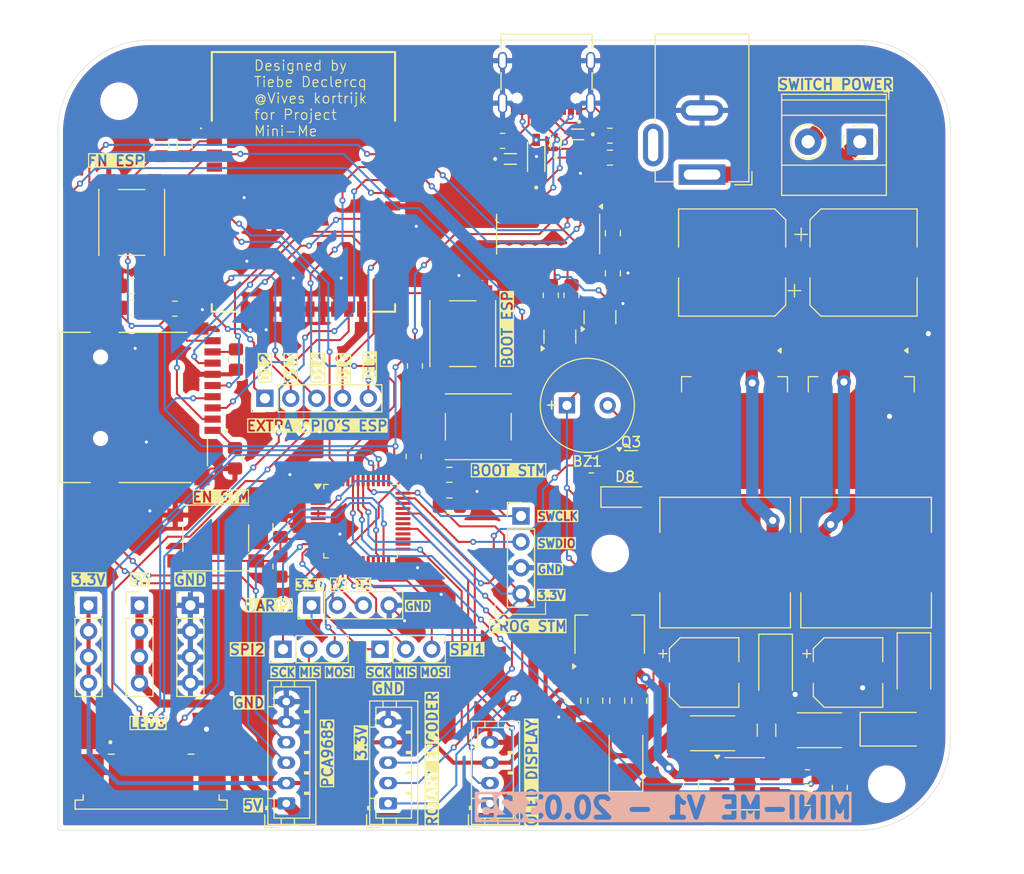
<source format=kicad_pcb>
(kicad_pcb (version 20240108) (generator "pcbnew") (generator_version "8.0")
  (layers (0 "F.Cu" signal) (31 "B.Cu" signal) (34 "B.Paste" user) (35 "F.Paste" user) (36 "B.SilkS" user "B.Silkscreen") (37 "F.SilkS" user "F.Silkscreen") (38 "B.Mask" user) (39 "F.Mask" user) (44 "Edge.Cuts" user))
  (net 0 "")
  (net 1 "GND")
  (net 2 "Net-(BZ1-+)")
  (net 3 "+3.3V")
  (net 4 "EN_ESP")
  (net 5 "EN_STM")
  (net 6 "+5V")
  (net 7 "Net-(U2-FILTER)")
  (net 8 "Net-(J3-Pin_2)")
  (net 9 "Net-(D1-PadA)")
  (net 10 "D-")
  (net 11 "D+")
  (net 12 "Net-(D5-K)")
  (net 13 "Net-(D6-K)")
  (net 14 "Net-(F1-Pad1)")
  (net 16 "I2C2_SDA")
  (net 18 "BOOT_ESP")
  (net 20 "TX->STM")
  (net 21 "RX->STM")
  (net 22 "CS_SD")
  (net 23 "SW-1")
  (net 25 "ESP_GPIO12")
  (net 26 "I2C2_SCL")
  (net 29 "ESP_GPIO17")
  (net 31 "RX")
  (net 32 "MOSI_SD")
  (net 33 "TX")
  (net 34 "ESP_GPIO14")
  (net 35 "ESP_GPIO16")
  (net 36 "MISO_SD")
  (net 37 "ESP_GPIO13")
  (net 38 "SCK_SD")
  (net 42 "Net-(J1-CC1)")
  (net 43 "Net-(J1-CC2)")
  (net 44 "Net-(J3-Pin_1)")
  (net 45 "SPI1_MOSI")
  (net 46 "SPI1_SCK")
  (net 47 "SPI1_MISO")
  (net 48 "SPI2_MISO")
  (net 49 "SPI2_MOSI")
  (net 50 "SPI2_SCK")
  (net 51 "USART2_RX")
  (net 52 "USART2_TX")
  (net 53 "SWDIO")
  (net 54 "SWCLK")
  (net 55 "ENCODER_B")
  (net 56 "ENCODER_SW")
  (net 57 "ENCODER_A")
  (net 58 "LED2")
  (net 59 "LED1")
  (net 60 "LED3")
  (net 61 "I2C1_SDA")
  (net 62 "I2C1_SCL")
  (net 63 "Net-(Q1-E)")
  (net 64 "Net-(Q1-B)")
  (net 65 "Net-(Q2-B)")
  (net 66 "STROOMSENSOR")
  (net 67 "Net-(U2-VIOUT)")
  (net 68 "BUZZER")
  (net 95 "Net-(Q2-E)")
  (net 96 "Net-(Q3-B)")
  (net 97 "Net-(D9-A)")
  (net 98 "Net-(D7-A)")
  (net 99 "Net-(D7-K)")
  (net 100 "Net-(D9-K)")
  (net 101 "5Vout")
  (net 102 "Net-(J18-DAT1)")
  (net 103 "Net-(J18-DAT2)")
  (footprint "Connector_PinHeader_2.54mm:PinHeader_1x05_P2.54mm_Vertical" (layer "F.Cu") (at 142.24 68.707 90)
    (property "Reference" "J16" (hide yes))
    (property "Value" "Extra ESP gpio's")
  )
  (footprint "Capacitor_SMD:C_0805_2012Metric_Pad1.18x1.45mm_HandSolder" (layer "F.Cu") (at 176.413 52.49 -90)
    (property "Reference" "C1" (hide yes))
    (property "Value" "100nF")
  )
  (footprint "Connector_PinHeader_2.54mm:PinHeader_1x04_P2.54mm_Vertical" (layer "F.Cu") (at 124.921 89.037)
    (property "Reference" "J14" (hide yes))
    (property "Value" "3.3V headers")
  )
  (footprint "Capacitor_SMD:C_0805_2012Metric_Pad1.18x1.45mm_HandSolder" (layer "F.Cu") (at 160.353 79.231)
    (property "Reference" "C19" (hide yes))
    (property "Value" "0.1uF")
  )
  (footprint "Connector_PinHeader_2.54mm:PinHeader_1x04_P2.54mm_Vertical" (layer "F.Cu") (at 129.921 89.037)
    (property "Reference" "J13" (hide yes))
    (property "Value" "5V headers")
  )
  (footprint "Connector_JST:JST_PH_B4B-PH-K_1x04_P2.00mm_Vertical" (layer "F.Cu") (at 164.338 108.489 90)
    (property "Reference" "J12" (hide yes))
    (property "Value" "Oled display")
  )
  (footprint "ESP32-WROOM-32E:ESP32WROOM32EN8" (layer "F.Cu") (at 146.023 47.451)
    (property "Reference" "IC1" (hide yes))
    (property "Value" "ESP32-WROOM-32E-N8")
  )
  (footprint "Capacitor_SMD:C_0805_2012Metric_Pad1.18x1.45mm_HandSolder" (layer "F.Cu") (at 184.088 106.807 -90)
    (property "Reference" "C5" (hide yes))
    (property "Value" "0.1uF")
  )
  (footprint "Connector_BarrelJack:BarrelJack_GCT_DCJ200-10-A_Horizontal" (layer "F.Cu") (at 185.166 46.736 180)
    (property "Reference" "J2" (hide yes))
    (property "Value" "Barrel_Jack")
  )
  (footprint "Capacitor_SMD:C_0805_2012Metric_Pad1.18x1.45mm_HandSolder" (layer "F.Cu") (at 176.841 98.4 -90)
    (property "Reference" "C9" (hide yes))
    (property "Value" "0.1uF")
  )
  (footprint "Package_TO_SOT_SMD:TO-263-5_TabPin3" (layer "F.Cu") (at 200.801 71.404 -90)
    (property "Reference" "U4" (hide yes))
    (property "Value" "LM2596S-5")
  )
  (footprint "Resistor_SMD:R_0805_2012Metric_Pad1.20x1.40mm_HandSolder" (layer "F.Cu") (at 129.159 59.817)
    (property "Reference" "R2" (hide yes))
    (property "Value" "10k")
  )
  (footprint "Diode_SMD:D_SMA" (layer "F.Cu") (at 192.39 95.377 -90)
    (property "Reference" "D6" (hide yes))
    (property "Value" "1N5824")
  )
  (footprint "Package_TO_SOT_SMD:SOT-23" (layer "F.Cu") (at 175.143 60.745 90)
    (property "Reference" "Q2" (hide yes))
    (property "Value" "MMBT3904")
  )
  (footprint "Resistor_SMD:R_0805_2012Metric_Pad1.20x1.40mm_HandSolder" (layer "F.Cu") (at 172.349 58.586 -90)
    (property "Reference" "R6" (hide yes))
    (property "Value" "10kΩ")
  )
  (footprint "Connector_PinHeader_2.54mm:PinHeader_1x04_P2.54mm_Vertical" (layer "F.Cu") (at 167.386 80.264)
    (property "Reference" "J8" (hide yes))
    (property "Value" "PROG STM32")
  )
  (footprint "Resistor_SMD:R_0805_2012Metric_Pad1.20x1.40mm_HandSolder" (layer "F.Cu") (at 176.121 42.9145)
    (property "Reference" "R1" (hide yes))
    (property "Value" "5.1k")
  )
  (footprint "Capacitor_SMD:C_0805_2012Metric_Pad1.18x1.45mm_HandSolder" (layer "F.Cu") (at 132.067 43.889 90)
    (property "Reference" "C13" (hide yes))
    (property "Value" "0.1uF")
  )
  (footprint "Capacitor_SMD:C_0805_2012Metric_Pad1.18x1.45mm_HandSolder" (layer "F.Cu") (at 176.413 56.427 -90)
    (property "Reference" "C4" (hide yes))
    (property "Value" "100nF")
  )
  (footprint "Resistor_SMD:R_2512_6332Metric" (layer "F.Cu") (at 186.2 101.6)
    (property "Reference" "R15" (hide yes))
    (property "Value" "10mΩ")
  )
  (footprint "Package_SO:SOIC-16_3.9x9.9mm_P1.27mm" (layer "F.Cu") (at 170.053 52.578 -90)
    (property "Reference" "U1" (hide yes))
    (property "Value" "CH340C")
  )
  (footprint "TerminalBlock_Phoenix:TerminalBlock_Phoenix_MKDS-1,5-2-5.08_1x02_P5.08mm_Horizontal" (layer "F.Cu") (at 200.665 43.51 180)
    (property "Reference" "J3" (hide yes))
    (property "Value" "Schakelaar spanning")
  )
  (footprint "Capacitor_SMD:CP_Elec_10x10" (layer "F.Cu") (at 201.026 55.372)
    (property "Reference" "C11" (hide yes))
    (property "Value" "680µF")
  )
  (footprint "Resistor_SMD:R_0805_2012Metric_Pad1.20x1.40mm_HandSolder" (layer "F.Cu") (at 165.58 43.4225 180)
    (property "Reference" "R4" (hide yes))
    (property "Value" "5.1k")
  )
  (footprint "Package_SO:SOIC-8_3.9x4.9mm_P1.27mm" (layer "F.Cu") (at 189.357 106.553)
    (property "Reference" "U2" (hide yes))
    (property "Value" "ACS712xLCTR-20A")
  )
  (footprint "fcp7P:FCP7P" (layer "F.Cu") (at 131.064 102.649)
    (property "Reference" "J11" (hide yes))
    (property "Value" "FCP CONNECTOR 7P")
  )
  (footprint "Capacitor_SMD:C_0805_2012Metric_Pad1.18x1.45mm_HandSolder" (layer "F.Cu") (at 143.764 81.28 90)
    (property "Reference" "C3" (hide yes))
    (property "Value" "0.1uF")
  )
  (footprint "Capacitor_SMD:C_0805_2012Metric_Pad1.18x1.45mm_HandSolder" (layer "F.Cu") (at 174.682 98.4 -90)
    (property "Reference" "C15" (hide yes))
    (property "Value" "0.1uF")
  )
  (footprint "Inductor_SMD:L_SXN_SMDRI125" (layer "F.Cu") (at 201.28 84.836 180)
    (property "Reference" "L1" (hide yes))
    (property "Value" "33µH")
  )
  (footprint "LESD5D5.0CT1G:TVS_LESD5D5.0CT1G" (layer "F.Cu") (at 166.342 45.2005)
    (property "Reference" "D2" (hide yes))
    (property "Value" "LESD5D5.0CT1G")
  )
  (footprint "Capacitor_SMD:C_0805_2012Metric_Pad1.18x1.45mm_HandSolder" (layer "F.Cu") (at 176.121 45.0735)
    (property "Reference" "C7" (hide yes))
    (property "Value" "10uF")
  )
  (footprint "Inductor_SMD:L_SXN_SMDRI125" (layer "F.Cu") (at 187.437 84.836 180)
    (property "Reference" "L2" (hide yes))
    (property "Value" "33µH")
  )
  (footprint "Connector_PinHeader_2.54mm:PinHeader_1x03_P2.54mm_Vertical" (layer "F.Cu") (at 153.543 93.345 90)
    (property "Reference" "J5" (hide yes))
    (property "Value" "SPI 1")
  )
  (footprint "Buzzer_Beeper:MagneticBuzzer_PUI_AT-0927-TT-6-R" (layer "F.Cu") (at 171.9 69.4)
    (property "Reference" "BZ1")
    (property "Value" "Buzzer")
  )
  (footprint "Capacitor_SMD:C_0805_2012Metric_Pad1.18x1.45mm_HandSolder" (layer "F.Cu") (at 195.518 107.95)
    (property "Reference" "C6" (hide yes))
    (property "Value" "1nF")
  )
  (footprint "Capacitor_SMD:C_0805_2012Metric_Pad1.18x1.45mm_HandSolder" (layer "F.Cu") (at 129.159 57.658 180)
    (property "Reference" "C2" (hide yes))
    (property "Value" "0.1uF")
  )
  (footprint "Capacitor_SMD:C_0805_2012Metric_Pad1.18x1.45mm_HandSolder" (layer "F.Cu") (at 134.353 43.889 90)
    (property "Reference" "C10" (hide yes))
    (property "Value" "10uF")
  )
  (footprint "Diode_SMD:D_SMA" (layer "F.Cu") (at 205.979 95.25 -90)
    (property "Reference" "D5" (hide yes))
    (property "Value" "1N5824")
  )
  (footprint "Capacitor_SMD:CP_Elec_6.3x7.7" (layer "F.Cu") (at 185.372 95.631)
    (property "Reference" "C17" (hide yes))
    (property "Value" "220µF")
  )
  (footprint "MountingHole:MountingHole_3.2mm_M3" (layer "F.Cu") (at 203.3 106.6)
    (property "Reference" "H2" (hide yes))
    (property "Value" "MountingHole")
  )
  (footprint "Fuse:Fuse_1206_3216Metric" (layer "F.Cu") (at 191.5 101.3 -90)
    (property "Reference" "F1" (hide yes))
    (property "Value" "Fuse")
  )
  (footprint "1N5819HW-7-F:SOD3715X145N" (layer "F.Cu") (at 168.882 45.0075 90)
    (property "Reference" "D1" (hide yes))
    (property "Value" "1N5819HW-7-F")
  )
  (footprint "Connector_JST:JST_PH_B5B-PH-K_1x05_P2.00mm_Vertical" (layer "F.Cu") (at 154.338 108.489 90)
    (property "Reference" "J9" (hide yes))
    (property "Value" "Rotary encoder")
  )
  (footprint "Connector_PinHeader_2.54mm:PinHeader_1x03_P2.54mm_Vertical" (layer "F.Cu") (at 144.018 93.345 90)
    (property "Reference" "J6" (hide yes))
    (property "Value" "SPI 2")
  )
  (footprint "Resistor_SMD:R_0805_2012Metric_Pad1.20x1.40mm_HandSolder" (layer "F.Cu") (at 170.317 58.586 -90)
    (property "Reference" "R5" (hide yes))
    (property "Value" "10kΩ")
  )
  (footprint "Connector_JST:JST_PH_B6B-PH-K_1x06_P2.00mm_Vertical" (layer "F.Cu") (at 144.338 108.489 90)
    (property "Reference" "J10" (hide yes))
    (property "Value" "PCA9685")
  )
  (footprint "Package_TO_SOT_SMD:SOT-223" (layer "F.Cu") (at 176.1 91.9 90)
    (property "Reference" "U3" (hide yes))
    (property "Value" "AMS1117-3.3")
  )
  (footprint "Diode_SMD:D_SMA" (layer "F.Cu") (at 204.2 101.2)
    (property "Reference" "D9" (hide yes))
    (property "Value" "1N5824")
  )
  (footprint "LESD5D5.0CT1G:TVS_LESD5D5.0CT1G" (layer "F.Cu") (at 172.946 42.7875 180)
    (property "Reference" "D3" (hide yes))
    (property "Value" "LESD5D5.0CT1G")
  )
  (footprint "Capacitor_SMD:C_0805_2012Metric_Pad1.18x1.45mm_HandSolder" (layer "F.Cu") (at 160.353 76.221)
    (property "Reference" "C18" (hide yes))
    (property "Value" "10uF")
  )
  (footprint "Button_Switch_SMD:SW_SPST_PTS645" (layer "F.Cu") (at 137.414 82.423)
    (property "Reference" "SW2" (hide yes))
    (property "Value" "SW_SPST")
  )
  (footprint "microSDcard:CUI_MSD-4-A" (layer "F.Cu") (at 129.35 69.6 -90)
    (property "Reference" "J18" (hide yes))
    (property "Value" "MSD-4-A")
  )
  (footprint "Button_Switch_SMD:SW_SPST_PTS645" (layer "F.Cu") (at 163.195 71.501)
    (property "Reference" "SW3" (hide yes))
    (property "Value" "SW_SPST")
  )
  (footprint "Diode_SMD:D_SMA" (layer "F.Cu") (at 177.7 103.8 90)
    (property "Reference" "D7" (hide yes))
    (property "Value" "1N5824")
  )
  (footprint "Capacitor_SMD:C_0805_2012Metric_Pad1.18x1.45mm_HandSolder" (layer "F.Cu") (at 179 98.4 -90)
    (property "Reference" "C8" (hide yes))
    (property "Value" "10uF")
  )
  (footprint "Button_Switch_SMD:SW_SPST_PTS645" (layer "F.Cu") (at 161.671 62.357 -90)
    (property "Reference" "SW5" (hide yes))
    (property "Value" "SW_SPST")
  )
  (footprint "MountingHole:MountingHole_3.2mm_M3" (layer "F.Cu") (at 127.92 39.528)
    (property "Reference" "H1" (hide yes))
    (property "Value" "MountingHole")
  )
  (footprint "TYPE-C-31-M-12 (1):HRO_TYPE-C-31-M-12" (layer "F.Cu") (at 169.898 35.5485 180)
    (property "Reference" "J1" (hide yes))
    (property "Value" "TYPE-C-31-M-12")
  )
  (footprint "Capacitor_SMD:CP_Elec_10x10" (layer "F.Cu") (at 188.1225 55.372 180)
    (property "Reference" "C12" (hide yes))
    (property "Value" "680µF")
  )
  (footprint "Resistor_SMD:R_0805_2012Metric_Pad1.20x1.40mm_HandSolder" (layer "F.Cu") (at 156.972 65.532 -90)
    (property "Reference" "R9" (hide yes))
    (property "Value" "10k")
  )
  (footprint "Resistor_SMD:R_0805_2012Metric_Pad1.20x1.40mm_HandSolder" (layer "F.Cu") (at 198.693 106.934 -90)
    (property "Reference" "R8" (hide yes))
    (property "Value" "20k")
  )
  (footprint "Diode_SMD:D_SOD-123" (layer "F.Cu") (at 177.6 78.4)
    (property "Reference" "D8")
    (property "Value" "1N4148W")
  )
  (footprint "Capacitor_SMD:C_0805_2012Metric_Pad1.18x1.45mm_HandSolder" (layer "F.Cu") (at 172.523 98.4 -90)
    (property "Reference" "C14" (hide yes))
    (property "Value" "10uF")
  )
  (footprint "Package_TO_SOT_SMD:SOT-23" (layer "F.Cu") (at 171.206 62.65 90)
    (property "Reference" "Q1" (hide yes))
    (property "Value" "MMBT3904")
  )
  (footprint "Package_QFP:LQFP-48_7x7mm_P0.5mm" (layer "F.Cu") (at 151.638 80.772)
    (property "Reference" "U6" (hide yes))
    (property "Value" "STM32G030C8Tx")
  )
  (footprint "Button_Switch_SMD:SW_SPST_PTS645" (layer "F.Cu") (at 129.159 51.435 90)
    (property "Reference" "SW1" (hide yes))
    (property "Value" "SW_SPST")
  )
  (footprint "Resistor_SMD:R_0805_2012Metric_Pad1.20x1.40mm_HandSolder" (layer "F.Cu") (at 139.3 74.6 90)
    (property "Reference" "R18" (hide yes))
    (property "Value" "10kΩ")
  )
  (footprint "Resistor_SMD:R_0805_2012Metric_Pad1.20x1.40mm_HandSolder" (layer "F.Cu") (at 174.3 75.3)
    (property "Reference" "R16" (hide yes))
    (property "Value" "1kΩ")
  )
  (footprint "Capacitor_SMD:CP_Elec_6.3x7.7" (layer "F.Cu") (at 199.502 95.631)
    (property "Reference" "C16" (hide yes))
    (property "Value" "220µF")
  )
  (footprint "Connector_PinHeader_2.54mm:PinHeader_1x04_P2.54mm_Vertical" (layer "F.Cu") (at 134.921 89.037)
    (property "Reference" "J15" (hide yes))
    (property "Value" "GND headers")
  )
  (footprint "Resistor_SMD:R_0805_2012Metric_Pad1.20x1.40mm_HandSolder" (layer "F.Cu") (at 156.845 74.422 90)
    (property "Reference" "R10" (hide yes))
    (property "Value" "10k")
  )
  (footprint "Resistor_SMD:R_2512_6332Metric" (layer "F.Cu") (at 196.7 101.3 180)
    (property "Reference" "R14" (hide yes))
    (property "Value" "10mΩ")
  )
  (footprint "MountingHole:MountingHole_3.2mm_M3" (layer "F.Cu") (at 176.149 83.947)
    (property "Reference" "H3" (hide yes))
    (property "Value" "MountingHole")
  )
  (footprint "Resistor_SMD:R_0805_2012Metric_Pad1.20x1.40mm_HandSolder" (layer "F.Cu") (at 195.518 105.918)
    (property "Reference" "R7" (hide yes))
    (property "Value" "10k")
  )
  (footprint "LESD5D5.0CT1G:TVS_LESD5D5.0CT1G" (layer "F.Cu") (at 170.787 43.5495 90)
    (property "Reference" "D4" (hide yes))
    (property "Value" "LESD5D5.0CT1G")
  )
  (footprint "Resistor_SMD:R_0805_2012Metric_Pad1.20x1.40mm_HandSolder" (layer "F.Cu") (at 139.4 64.9 90)
    (property "Reference" "R17" (hide yes))
    (property "Value" "10kΩ")
  )
  (footprint "Package_TO_SOT_SMD:TO-263-5_TabPin3" (layer "F.Cu") (at 188.355 71.404 -90)
    (property "Reference" "U5" (hide yes))
    (property "Value" "LM2596S-5")
  )
  (footprint "Package_TO_SOT_SMD:SOT-23" (layer "F.Cu") (at 178.2 75.4)
    (property "Reference" "Q3")
    (property "Value" "MMBT3904")
  )
  (footprint "Resistor_SMD:R_0805_2012Metric_Pad1.20x1.40mm_HandSolder" (layer "F.Cu") (at 133.4 59.9)
    (property "Reference" "R19" (hide yes))
    (property "Value" "10kΩ")
  )
  (footprint "Connector_PinHeader_2.54mm:PinHeader_1x04_P2.54mm_Vertical" (layer "F.Cu") (at 146.822 89.027 90)
    (property "Reference" "J7" (hide yes))
    (property "Value" "UART 2")
  )
  (footprint "Resistor_SMD:R_0805_2012Metric_Pad1.20x1.40mm_HandSolder" (layer "F.Cu") (at 143.764 85.217 90)
    (property "Reference" "R3" (hide yes))
    (property "Value" "10k")
  )
  (gr_line (start 164.846 88.773) (end 164.846 89.916) (stroke (width 0.1)) (layer "F.SilkS"))
  (gr_line (start 169.799 89.916) (end 169.799 88.773) (stroke (width 0.1)) (layer "F.SilkS"))
  (gr_line (start 164.846 89.916) (end 169.799 89.916) (stroke (width 0.1)) (layer "F.SilkS"))
  (gr_line (start 125.857 111.125) (end 121.92 111.125) (stroke (width 0.05)) (layer "Edge.Cuts"))
  (gr_arc (start 200.55 33.528) (mid 206.913961 36.164039) (end 209.55 42.528) (stroke (width 0.05)) (layer "Edge.Cuts"))
  (gr_line (start 209.55 102.125) (end 209.55 42.528) (stroke (width 0.05)) (layer "Edge.Cuts"))
  (gr_arc (start 121.92 42.528) (mid 124.556039 36.164039) (end 130.92 33.528) (stroke (width 0.05)) (layer "Edge.Cuts"))
  (gr_line (start 121.92 107.696) (end 121.92 111.125) (stroke (width 0.05)) (layer "Edge.Cuts"))
  (gr_line (start 125.857 111.125) (end 200.55 111.125) (stroke (width 0.05)) (layer "Edge.Cuts"))
  (gr_line (start 200.55 33.528) (end 130.92 33.528) (stroke (width 0.05)) (layer "Edge.Cuts"))
  (gr_line (start 121.92 42.528) (end 121.92 107.696) (stroke (width 0.05)) (layer "Edge.Cuts"))
  (gr_arc (start 209.55 102.125) (mid 206.913961 108.488961) (end 200.55 111.125) (stroke (width 0.05)) (layer "Edge.Cuts"))
  (gr_text "MINI-ME V1 - 20.03.25" (at 200.152 110.109 0) (layer "B.SilkS" knockout) (effects (font (size 2 2) (thickness 0.5) (bold yes)) (justify left bottom mirror)))
  (gr_text "MOSI" (at 148 96.1 0) (layer "F.SilkS" knockout) (effects (font (size 0.8 0.8) (thickness 0.2) (bold yes)) (justify left bottom)))
  (gr_text "SWDIO" (at 168.91 83.439 0) (layer "F.SilkS" knockout) (effects (font (size 0.8 0.8) (thickness 0.2) (bold yes)) (justify left bottom)))
  (gr_text "SCK" (at 152.1 96.1 0) (layer "F.SilkS" knockout) (effects (font (size 0.8 0.8) (thickness 0.2) (bold yes)) (justify left bottom)))
  (gr_text "GND" (at 152.7 97.8 0) (layer "F.SilkS" knockout) (effects (font (size 1 1) (thickness 0.2) (bold yes)) (justify left bottom)))
  (gr_text "PROG STM" (at 164.084 91.694 0) (layer "F.SilkS" knockout) (effects (font (size 1 1) (thickness 0.2) (bold yes)) (justify left bottom)))
  (gr_text "3.3V" (at 168.91 88.519 0) (layer "F.SilkS" knockout) (effects (font (size 0.8 0.8) (thickness 0.2) (bold yes)) (justify left bottom)))
  (gr_text "D14" (at 148.082 67.31 90) (layer "F.SilkS" knockout) (effects (font (size 1 1) (thickness 0.2) (bold yes)) (justify left bottom)))
  (gr_text "SPI1" (at 160.274 93.98 0) (layer "F.SilkS" knockout) (effects (font (size 1 1) (thickness 0.2) (bold yes)) (justify left bottom)))
  (gr_text "RX" (at 148.5 87.4 0) (layer "F.SilkS" knockout) (effects (font (size 0.8 0.8) (thickness 0.2) (bold yes)) (justify left bottom)))
  (gr_text "Designed by \nTiebe Declercq\n@Vives kortrijk\nfor Project\nMini-Me" (at 141.097 43.053 0) (layer "F.SilkS") (effects (font (size 1 1) (thickness 0.1)) (justify left bottom)))
  (gr_text "3.3V" (at 152.3 104.3 90) (layer "F.SilkS" knockout) (effects (font (size 1 1) (thickness 0.2) (bold yes)) (justify left bottom)))
  (gr_text "TX" (at 151.1 87.4 0) (layer "F.SilkS" knockout) (effects (font (size 0.8 0.8) (thickness 0.2) (bold yes)) (justify left bottom)))
  (gr_text "EN STM" (at 135.001 78.994 0) (layer "F.SilkS" knockout) (effects (font (size 1 1) (thickness 0.2) (bold yes)) (justify left bottom)))
  (gr_text "GND" (at 168.91 85.979 0) (layer "F.SilkS" knockout) (effects (font (size 0.8 0.8) (thickness 0.2) (bold yes)) (justify left bottom)))
  (gr_text "EN ESP" (at 124.714 45.974 0) (layer "F.SilkS" knockout) (effects (font (size 1 1) (thickness 0.2) (bold yes)) (justify left bottom)))
  (gr_text "GND" (at 133.223 87.122 0) (layer "F.SilkS" knockout) (effects (font (size 1 1) (thickness 0.2) (bold yes)) (justify left bottom)))
  (gr_text "D16" (at 150.622 67.31 90) (layer "F.SilkS" knockout) (effects (font (size 1 1) (thickness 0.2) (bold yes)) (justify left bottom)))
  (gr_text "D13" (at 145.415 67.31 90) (layer "F.SilkS" knockout) (effects (font (size 1 1) (thickness 0.2) (bold yes)) (justify left bottom)))
  (gr_text "5V" (at 128.905 87.122 0) (layer "F.SilkS" knockout) (effects (font (size 1 1) (thickness 0.2) (bold yes)) (justify left bottom)))
  (gr_text "GND" (at 139 99.2 0) (layer "F.SilkS" knockout) (effects (font (size 1 1) (thickness 0.2) (bold yes)) (justify left bottom)))
  (gr_text "UART2" (at 140.208 89.662 0) (layer "F.SilkS" knockout) (effects (font (size 1 1) (thickness 0.2) (bold yes)) (justify left bottom)))
  (gr_text "OLED DISPLAY" (at 169.037 110.871 90) (layer "F.SilkS" knockout) (effects (font (size 1 1) (thickness 0.2) (bold yes)) (justify left bottom)))
  (gr_text "SCK" (at 142.7 96.1 0) (layer "F.SilkS" knockout) (effects (font (size 0.8 0.8) (thickness 0.2) (bold yes)) (justify left bottom)))
  (gr_text "3.3V" (at 145.2 87.5 0) (layer "F.SilkS" knockout) (effects (font (size 0.8 0.8) (thickness 0.2) (bold yes)) (justify left bottom)))
  (gr_text "D17" (at 153.162 67.183 90) (layer "F.SilkS" knockout) (effects (font (size 1 1) (thickness 0.2) (bold yes)) (justify left bottom)))
  (gr_text "BOOT ESP" (at 166.624 65.786 90) (layer "F.SilkS" knockout) (effects (font (size 1 1) (thickness 0.2) (bold yes)) (justify left bottom)))
  (gr_text "ROTARY ENCODER" (at 159.258 110.871 90) (layer "F.SilkS" knockout) (effects (font (size 1 1) (thickness 0.2) (bold yes)) (justify left bottom)))
  (gr_text "GND" (at 155.9 89.6 0) (layer "F.SilkS" knockout) (effects (font (size 0.8 0.8) (thickness 0.2) (bold yes)) (justify left bottom)))
  (gr_text "MIS" (at 145.5 96.1 0) (layer "F.SilkS" knockout) (effects (font (size 0.8 0.8) (thickness 0.2) (bold yes)) (justify left bottom)))
  (gr_text "BOOT STM" (at 162.3 76.4 0) (layer "F.SilkS" knockout) (effects (font (size 1 1) (thickness 0.2) (bold yes)) (justify left bottom)))
  (gr_text "3.3V" (at 123.19 87.122 0) (layer "F.SilkS" knockout) (effects (font (size 1 1) (thickness 0.2) (bold yes)) (justify left bottom)))
  (gr_text "MIS" (at 154.9 96.1 0) (layer "F.SilkS" knockout) (effects (font (size 0.8 0.8) (thickness 0.2) (bold yes)) (justify left bottom)))
  (gr_text "SWITCH POWER" (at 192.532 38.481 0) (layer "F.SilkS" knockout) (effects (font (size 1 1) (thickness 0.2) (bold yes)) (justify left bottom)))
  (gr_text "SWCLK" (at 168.91 80.772 0) (layer "F.SilkS" knockout) (effects (font (size 0.8 0.8) (thickness 0.2) (bold yes)) (justify left bottom)))
  (gr_text "EXTRA GPIO'S ESP" (at 140.335 72.009 0) (layer "F.SilkS" knockout) (effects (font (size 1 1) (thickness 0.2) (bold yes)) (justify left bottom)))
  (gr_text "LEDS" (at 128.778 101.219 0) (layer "F.SilkS" knockout) (effects (font (size 1 1) (thickness 0.2) (bold yes)) (justify left bottom)))
  (gr_text "5V" (at 140 109.3 0) (layer "F.SilkS" knockout) (effects (font (size 1 1) (thickness 0.2) (bold yes)) (justify left bottom)))
  (gr_text "D12" (at 142.875 67.31 90) (layer "F.SilkS" knockout) (effects (font (size 1 1) (thickness 0.2) (bold yes)) (justify left bottom)))
  (gr_text "PCA9685" (at 148.971 107.061 90) (layer "F.SilkS" knockout) (effects (font (size 1 1) (thickness 0.2) (bold yes)) (justify left bottom)))
  (gr_text "MOSI" (at 157.4 96.1 0) (layer "F.SilkS" knockout) (effects (font (size 0.8 0.8) (thickness 0.2) (bold yes)) (justify left bottom)))
  (gr_text "SPI2" (at 138.684 93.98 0) (layer "F.SilkS" knockout) (effects (font (size 1 1) (thickness 0.2) (bold yes)) (justify left bottom)))
  (segment (start 147.4755 81.022) (end 144.5435 81.022) (width 0.2) (layer "F.Cu") (net 1))
  (segment (start 161.3905 79.231) (end 161.3905 76.221) (width 0.2) (layer "F.Cu") (net 1))
  (segment (start 148.336 58.293) (end 149.733 56.896) (width 0.2) (layer "F.Cu") (net 1))
  (segment (start 129.2335 42.8515) (end 132.067 42.8515) (width 0.2) (layer "F.Cu") (net 1))
  (segment (start 148.586 81.022) (end 147.4755 81.022) (width 0.2) (layer "F.Cu") (net 1))
  (segment (start 188.355 57.6045) (end 186.1225 55.372) (width 0.8) (layer "F.Cu") (net 1))
  (segment (start 144.523 49.911) (end 145.923 49.911) (width 0.2) (layer "F.Cu") (net 1))
  (segment (start 135.101 42.191) (end 137.273 42.191) (width 0.2) (layer "F.Cu") (net 1))
  (segment (start 134.353 42.8515) (end 134.4405 42.8515) (width 0.2) (layer "F.Cu") (net 1))
  (segment (start 199.898 58.928) (end 200.801 59.831) (width 0.8) (layer "F.Cu") (net 1))
  (segment (start 149.198 59.155) (end 148.336 58.293) (width 0.2) (layer "F.Cu") (net 1))
  (segment (start 172.184 44.2095) (end 173.606 42.7875) (width 0.2) (layer "F.Cu") (net 1))
  (segment (start 186.1225 55.372) (end 184.1225 55.372) (width 0.8) (layer "F.Cu") (net 1))
  (segment (start 145.388 59.336) (end 146.431 58.293) (width 0.2) (layer "F.Cu") (net 1))
  (segment (start 142.367 61.722) (end 142.848 61.241) (width 0.2) (layer "F.Cu") (net 1))
  (segment (start 131.354 80.173) (end 130.937 79.756) (width 0.2) (layer "F.Cu") (net 1))
  (segment (start 159.555265 87.967735) (end 159.555265 87.165265) (width 0.2) (layer "F.Cu") (net 1))
  (segment (start 166.698 40.2985) (end 166.698 41.3045) (width 0.2) (layer "F.Cu") (net 1))
  (segment (start 142.848 59.028) (end 142.848 59.951) (width 0.2) (layer "F.Cu") (net 1))
  (segment (start 165.682 45.032) (end 165.682 45.2005) (width 0.2) (layer "F.Cu") (net 1))
  (segment (start 161.438 76.221) (end 163.068 77.851) (width 0.2) (layer "F.Cu") (net 1))
  (segment (start 143.123 48.511) (end 143.123 51.311) (width 0.2) (layer "F.Cu") (net 1))
  (segment (start 159.555265 87.165265) (end 157.734 85.344) (width 0.2) (layer "F.Cu") (net 1))
  (segment (start 140.609 58.4) (end 142.22 58.4) (width 0.2) (layer "F.Cu") (net 1))
  (segment (start 143.129 44.323) (end 143.123 44.329) (width 0.2) (layer "F.Cu") (net 1))
  (segment (start 184.088 107.8445) (end 184.5745 108.331) (width 0.2) (layer "F.Cu") (net 1))
  (segment (start 155.956 90.541) (end 155.956 90.551) (width 0.2) (layer "F.Cu") (net 1))
  (segment (start 126.909 45.176) (end 129.2335 42.8515) (width 0.2) (layer "F.Cu") (net 1))
  (segment (start 164.58 43.93) (end 165.682 45.032) (width 0.2) (layer "F.Cu") (net 1))
  (segment (start 176.413 57.4645) (end 176.8355 57.4645) (width 0.2) (layer "F.Cu") (net 1))
  (segment (start 143.123 48.511) (end 145.923 48.511) (width 0.2) (layer "F.Cu") (net 1))
  (segment (start 192.803 97.79) (end 192.39 97.377) (width 0.8) (layer "F.Cu") (net 1))
  (segment (start 166.698 41.3045) (end 164.58 43.4225) (width 0.2) (layer "F.Cu") (net 1))
  (segment (start 161.3905 76.221) (end 161.438 76.221) (width 0.2) (layer "F.Cu") (net 1))
  (segment (start 134.064 102.649) (end 134.254 102.649) (width 0.4) (layer "F.Cu") (net 1))
  (segment (start 155.723 49.811) (end 154.773 49.811) (width 0.2) (layer "F.Cu") (net 1))
  (segment (start 166.118 39.7185) (end 166.698 40.2985) (width 0.2) (layer "F.Cu") (net 1))
  (segment (start 143.123 51.311) (end 145.923 51.311) (width 0.2) (layer "F.Cu") (net 1))
  (segment (start 126.909 47.455) (end 126.909 45.176) (width 0.2) (layer "F.Cu") (net 1))
  (segment (start 154.442 89.027) (end 155.956 90.541) (width 0.2) (layer "F.Cu") (net 1))
  (segment (start 204.36 95.631) (end 205.979 97.25) (width 0.8) (layer "F.Cu") (net 1))
  (segment (start 140.308 58.701) (end 140.609 58.4) (width 0.2) (layer "F.Cu") (net 1))
  (segment (start 185.58 70.479) (end 184.955 69.854) (width 0.8) (layer "F.Cu") (net 1))
  (segment (start 154.773 42.191) (end 149.443 42.191) (width 0.2) (layer "F.Cu") (net 1))
  (segment (start 161.29 56.642) (end 163.025 58.377) (width 0.2) (layer "F.Cu") (net 1))
  (segment (start 134.064 104.608) (end 133.223 105.449) (width 0.4) (layer "F.Cu") (net 1))
  (segment (start 133.35 63.8) (end 129.5 63.8) (width 0.4) (layer "F.Cu") (net 1))
  (segment (start 151.738 59.951) (end 151.738 58.901) (width 0.2) (layer "F.Cu") (net 1))
  (segment (start 200.9345 97.1345) (end 202.202 95.867) (width 0.8) (layer "F.Cu") (net 1))
  (segment (start 140.308 61.476) (end 140.808 61.976) (width 0.2) (layer "F.Cu") (net 1))
  (segment (start 137.273 42.191) (end 140.997 42.191) (width 0.2) (layer "F.Cu") (net 1))
  (segment (start 157.099 51.187) (end 155.723 49.811) (width 0.2) (layer "F.Cu") (net 1))
  (segment (start 142.367 61.976) (end 142.367 61.722) (width 0.2) (layer "F.Cu") (net 1))
  (segment (start 196.5555 107.95) (end 198.677 107.95) (width 0.2) (layer "F.Cu") (net 1))
  (segment (start 145.923 48.511) (end 145.923 51.311) (width 0.2) (layer "F.Cu") (net 1))
  (segment (start 157.734 85.344) (end 157.226 85.344) (width 0.2) (layer "F.Cu") (net 1))
  (segment (start 132.067 42.8515) (end 134.353 42.8515) (width 0.2) (layer "F.Cu") (net 1))
  (segment (start 166.243 102.489) (end 168.402 100.33) (width 0.2) (layer "F.Cu") (net 1))
  (segment (start 151.738 58.901) (end 149.733 56.896) (width 0.2) (layer "F.Cu") (net 1))
  (segment (start 207.391 57.737) (end 207.391 62.357) (width 0.8) (layer "F.Cu") (net 1))
  (segment (start 200.801 67.704) (end 198.026 70.479) (width 0.8) (layer "F.Cu") (net 1))
  (segment (start 149.198 59.951) (end 149.198 59.155) (width 0.2) (layer "F.Cu") (net 1))
  (segment (start 205.026 55.372) (end 207.391 57.737) (width 0.8) (layer "F.Cu") (net 1))
  (segment (start 140.308 59.951) (end 140.308 58.701) (width 0.2) (layer "F.Cu") (net 1))
  (segment (start 126.909 56.4455) (end 128.1215 57.658) (width 0.2) (layer "F.Cu") (net 1))
  (segment (start 198.026 70.479) (end 197.401 69.854) (width 0.8) (layer "F.Cu") (net 1))
  (segment (start 135.9 66.35) (end 133.35 63.8) (width 0.4) (layer "F.Cu") (net 1))
  (segment (start 142.848 59.951) (end 149.198 59.951) (width 0.2) (layer "F.Cu") (net 1))
  (segment (start 177.121 42.6165) (end 177.121 42.9145) (width 0.2) (layer "F.Cu") (net 1))
  (segment (start 179.247 40.436) (end 185.166 40.436) (width 0.2) (layer "F.Cu") (net 1))
  (segment (start 144.523 51.311) (end 144.523 48.511) (width 0.2) (layer "F.Cu") (net 1))
  (segment (start 164.58 43.4225) (end 164.58 43.93) (width 0.2) (layer "F.Cu") (net 1))
  (segment (start 175.8475 51.4525) (end 176.413 51.4525) (width 0.2) (layer "F.Cu") (net 1))
  (segment (start 190.644 95.631) (end 192.39 97.377) (width 0.8) (layer "F.Cu") (net 1))
  (segment (start 200.801 59.831) (end 200.801 63.754) (width 0.8) (layer "F.Cu") (net 1))
  (segment (start 144.5435 81.022) (end 143.764 80.2425) (width 0.2) (layer "F.Cu") (net 1))
  (segment (start 145.388 59.951) (end 145.388 59.336) (width 0.2) (layer "F.Cu") (net 1))
  (segment (start 142.848 61.241) (end 142.848 59.951) (width 0.2) (layer "F.Cu") (net 1))
  (segment (start 179 99.4375) (end 172.523 99.4375) (width 0.8) (layer "F.Cu") (net 1))
  (segment (start 164.338 102.489) (end 166.243 102.489) (width 0.2) (layer "F.Cu") (net 1))
  (segment (start 197.401 59.393) (end 197.866 58.928) (width 0.8) (layer "F.Cu") (net 1))
  (segment (start 125.074 105.449) (end 133.223 105.449) (width 0.4) (layer "F.Cu") (net 1))
  (segment (start 202.202 95.867) (end 202.202 95.631) (width 0.8) (layer "F.Cu") (net 1))
  (segment (start 188.355 67.704) (end 185.58 70.479) (width 0.8) (layer "F.Cu") (net 1))
  (segment (start 198.677 107.95) (end 198.693 107.934) (width 0.2) (layer "F.Cu") (net 1))
  (segment (start 137.1 66.35) (end 138.95 66.35) (width 0.4) (layer "F.Cu") (net 1))
  (segment (start 176.8355 57.4645) (end 177.9 56.4) (width 0.2) (layer "F.Cu") (net 1))
  (segment (start 188.072 95.631) (end 190.644 95.631) (width 0.8) (layer "F.Cu") (net 1))
  (segment (start 126.909 55.415) (end 126.909 56.4455) (width 0.2) (layer "F.Cu") (net 1))
  (segment (start 144.7 76.2) (end 144.7 74.9) (width 0.4) (layer "F.Cu") (net 1))
  (segment (start 194.31 97.79) (end 192.803 97.79) (width 0.8) (layer "F.Cu") (net 1))
  (segment (start 140.997 42.191) (end 143.129 44.323) (width 0.2) (layer "F.Cu") (net 1))
  (segment (start 134.4405 42.8515) (end 135.101 42.191) (width 0.2) (layer "F.Cu") (net 1))
  (segment (start 149.443 42.191) (end 143.123 48.511) (width 0.2) (layer "F.Cu") (net 1))
  (segment (start 171.9605 100) (end 172.523 99.4375) (width 0.2) (layer "F.Cu") (net 1))
  (segment (start 177.121 42.9145) (end 177.121 45.036) (width 0.2) (layer "F.Cu") (net 1))
  (segment (start 197.866 58.928) (end 199.898 58.928) (width 0.8) (layer "F.Cu") (net 1))
  (segment (start 184.955 69.854) (end 184.955 63.754) (width 0.8) (layer "F.Cu") (net 1))
  (segment (start 146.431 58.293) (end 148.336 58.293) (width 0.2) (layer "F.Cu") (net 1))
  (segment (start 177.121 42.462) (end 179.197 40.386) (width 0.2) (layer "F.Cu") (net 1))
  (segment (start 136.9 75.6) (end 136.05 76.45) (width 0.2) (layer "F.Cu") (net 1))
  (segment (start 188.355 63.754) (end 188.355 67.704) (width 0.8) (layer "F.Cu") (net 1))
  (segment (start 173.643 40.2985) (end 174.223 39.7185) (width 0.2) (layer "F.Cu") (net 1))
  (segment (start 200.801 63.754) (end 200.801 67.704) (width 0.8) (layer "F.Cu") (net 1))
  (segment (start 138.95 66.35) (end 139.4 65.9) (width 0.4) (layer "F.Cu") (net 1))
  (segment (start 170.787 44.2095) (end 172.184 44.2095) (width 0.2) (layer "F.Cu") (net 1))
  (segment (start 133.434 80.173) (end 131.354 80.173) (width 0.2) (layer "F.Cu") (net 1))
  (segment (start 157.099 51.816) (end 157.099 51.187) (width 0.2) (layer "F.Cu") (net 1))
  (segment (start 197.401 69.854) (end 197.401 63.754) (width 0.8) (layer "F.Cu") (net 1))
  (segment (start 174.223 39.7185) (end 177.121 42.6165) (width 0.2) (layer "F.Cu") (net 1))
  (segment (start 197.401 63.754) (end 197.401 59.393) (width 0.8) (layer "F.Cu") (net 1))
  (segment (start 143.123 44.329) (end 143.123 48.511) (width 0.2) (layer "F.Cu") (net 1))
  (segment (start 173.098 40.2985) (end 173.643 40.2985) (width 0.2) (layer "F.Cu") (net 1))
  (segment (start 171.1 100) (end 171.9605 100) (width 0.2) (layer "F.Cu") (net 1))
  (segment (start 177.121 42.9145) (end 177.121 42.462) (width 0.2) (layer "F.Cu") (net 1))
  (segment (start 137.1 66.35) (end 135.9 66.35) (width 0.4) (layer "F.Cu") (net 1))
  (segment (start 144.7 74.9) (end 147.6 72) (width 0.4) (layer "F.Cu") (net 1))
  (segment (start 177.121 45.036) (end 177.1585 45.0735) (width 0.2) (layer "F.Cu") (net 1))
  (segment (start 133.223 105.449) (end 137.054 105.449) (width 0.4) (layer "F.Cu") (net 1))
  (segment (start 176.413 57.4645) (end 176.413 58.413) (width 0.2) (layer "F.Cu") (net 1))
  (segment (start 149.606 82.042) (end 148.586 81.022) (width 0.2) (layer "F.Cu") (net 1))
  (segment (start 163.025 58.377) (end 163.921 58.377) (width 0.2) (layer "F.Cu") (net 1))
  (segment (start 140.308 59.951) (end 140.308 61.476) (width 0.2) (layer "F.Cu") (net 1))
  (segment (start 176.413 58.413) (end 177.4 59.4) (width 0.2) (layer "F.Cu") (net 1))
  (segment (start 142.22 58.4) (end 142.848 59.028) (width 0.2) (layer "F.Cu") (net 1))
  (segment (start 188.355 63.754) (end 188.355 57.6045) (width 0.8) (layer "F.Cu") (net 1))
  (segment (start 139.3 75.6) (end 136.9 75.6) (width 0.2) (layer "F.Cu") (net 1))
  (segment (start 165.573 39.7185) (end 166.118 39.7185) (width 0.2) (layer "F.Cu") (net 1))
  (segment (start 174.498 50.103) (end 175.8475 51.4525) (width 0.2) (layer "F.Cu") (net 1))
  (segment (start 126.909 47.455) (end 126.909 55.415) (width 0.2) (layer "F.Cu") (net 1))
  (segment (start 145.034 56.896) (end 146.431 58.293) (width 0.2) (layer "F.Cu") (net 1))
  (segment (start 143.123 49.911) (end 144.523 49.911) (width 0.2) (layer "F.Cu") (net 1))
  (segment (start 134.254 102.649) (end 137.054 105.449) (width 0.4) (layer "F.Cu") (net 1))
  (segment (start 179.197 40.386) (end 179.247 40.436) (width 0.2) (layer "F.Cu") (net 1))
  (segment (start 134.064 102.649) (end 134.064 104.608) (width 0.4) (layer "F.Cu") (net 1))
  (segment (start 202.202 95.631) (end 204.36 95.631) (width 0.8) (layer "F.Cu") (net 1))
  (via (at 173.228 46.609) (size 0.6) (drill 0.3) (layers "F.Cu" "B.Cu") (net 1))
  (via (at 136.5 101.2) (size 1) (drill 0.5) (layers "F.Cu" "B.Cu") (net 1))
  (via (at 136.1 60) (size 0.6) (drill 0.3) (layers "F.Cu" "B.Cu") (net 1))
  (via (at 147.6 72) (size 0.6) (drill 0.3) (layers "F.Cu" "B.Cu") (net 1))
  (via (at 140.2 49) (size 0.6) (drill 0.3) (layers "F.Cu" "B.Cu") (net 1))
  (via (at 155.956 90.551) (size 0.6) (drill 0.3) (layers "F.Cu" "B.Cu") (net 1))
  (via (at 140.808 61.976) (size 0.6) (drill 0.3) (layers "F.Cu" "B.Cu") (net 1))
  (via (at 130.937 79.756) (size 0.6) (drill 0.3) (layers "F.Cu" "B.Cu") (net 1))
  (via (at 200.9345 97.1345) (size 1) (drill 0.5) (layers "F.Cu" "B.Cu") (net 1))
  (via (at 170.307 84.963) (size 0.6) (drill 0.3) (layers "F.Cu" "B.Cu") (net 1))
  (via (at 161.29 56.642) (size 0.6) (drill 0.3) (layers "F.Cu" "B.Cu") (net 1))
  (via (at 144.7 76.2) (size 0.6) (drill 0.3) (layers "F.Cu" "B.Cu") (net 1))
  (via (at 203.576 70.479) (size 1) (drill 0.5) (layers "F.Cu" "B.Cu") (net 1))
  (via (at 168.402 100.33) (size 0.6) (drill 0.3) (layers "F.Cu" "B.Cu") (net 1))
  (via (at 207.391 62.357) (size 1) (drill 0.5) (layers "F.Cu" "B.Cu") (net 1))
  (via (at 177.4 59.4) (size 0.6) (drill 0.3) (layers "F.Cu" "B.Cu") (net 1))
  (via (at 157.226 85.344) (size 0.6) (drill 0.3) (layers "F.Cu" "B.Cu") (net 1))
  (via (at 168.91 44.958) (size 0.6) (drill 0.3) (layers "F.Cu" "B.Cu") (net 1))
  (via (at 140.462 55.245) (size 0.6) (drill 0.3) (layers "F.Cu" "B.Cu") (net 1))
  (via (at 157.099 51.816) (size 0.6) (drill 0.3) (layers "F.Cu" "B.Cu") (net 1))
  (via (at 177.9 56.4) (size 0.6) (drill 0.3) (layers "F.Cu" "B.Cu") (net 1))
  (via (at 163.068 77.851) (size 0.6) (drill 0.3) (layers "F.Cu" "B.Cu") (net 1))
  (via (at 194.31 97.79) (size 1) (drill 0.5) (layers "F.Cu" "B.Cu") (net 1))
  (via (at 149.733 56.896) (size 0.6) (drill 0.3) (layers "F.Cu" "B.Cu") (net 1))
  (via (at 142.367 61.976) (size 0.6) (drill 0.3) (layers "F.Cu" "B.Cu") (net 1))
  (via (at 145.034 56.896) (size 0.6) (drill 0.3) (layers "F.Cu" "B.Cu") (net 1))
  (via (at 139 97.7) (size 1) (drill 0.5) (layers "F.Cu" "B.Cu") (net 1))
  (via (at 130.6 73) (size 0.6) (drill 0.3) (layers "F.Cu" "B.Cu") (net 1))
  (via (at 149.606 82.042) (size 0.6) (drill 0.3) (layers "F.Cu" "B.Cu") (net 1))
  (via (at 159.555265 87.967735) (size 0.6) (drill 0.3) (layers "F.Cu" "B.Cu") (net 1))
  (via (at 171.1 100) (size 0.6) (drill 0.3) (layers "F.Cu" "B.Cu") (net 1))
  (via (at 129.5 63.8) (size 0.6) (drill 0.3) (layers "F.Cu" "B.Cu") (net 1))
  (segment (start 169.926 85.344) (end 170.307 84.963) (width 0.2) (layer "B.Cu") (net 1))
  (segment (start 157.226 85.344) (end 151.384 85.344) (width 0.2) (layer "B.Cu") (net 1))
  (segment (start 140.462 55.245) (end 143.383 55.245) (width 0.2) (layer "B.Cu") (net 1))
  (segment (start 207.391 66.664) (end 203.576 70.479) (width 0.8) (layer "B.Cu") (net 1))
  (segment (start 157.099 52.451) (end 161.29 56.642) (width 0.2) (layer "B.Cu") (net 1))
  (segment (start 157.099 51.816) (end 157.099 52.451) (width 0.2) (layer "B.Cu") (net 1))
  (segment (start 151.384 85.344) (end 149.606 83.566) (width 0.2) (layer "B.Cu") (net 1))
  (segment (start 207.391 62.357) (end 207.391 66.664) (width 0.8) (layer "B.Cu") (net 1))
  (segment (start 159.555265 88.475735) (end 159.004 89.027) (width 0.2) (layer "B.Cu") (net 1))
  (segment (start 136.6 101.2) (end 139 98.8) (width 0.8) (layer "B.Cu") (net 1))
  (segment (start 171.1 100) (end 168.732 100) (width 0.2) (layer "B.Cu") (net 1))
  (segment (start 143.383 55.245) (end 145.034 56.896) (width 0.2) (layer "B.Cu") (net 1))
  (segment (start 167.386 85.344) (end 169.926 85.344) (width 0.2) (layer "B.Cu") (net 1))
  (segment (start 159.004 89.027) (end 154.442 89.027) (width 0.2) (layer "B.Cu") (net 1))
  (segment (start 139 98.8) (end 139 97.7) (width 0.8) (layer "B.Cu") (net 1))
  (segment (start 140.808 61.976) (end 142.367 61.976) (width 0.2) (layer "B.Cu") (net 1))
  (segment (start 200.9345 97.1345) (end 200.279 97.79) (width 0.8) (layer "B.Cu") (net 1))
  (segment (start 136.5 101.2) (end 136.6 101.2) (width 0.8) (layer "B.Cu") (net 1))
  (segment (start 159.555265 87.967735) (end 159.555265 88.475735) (width 0.2) (layer "B.Cu") (net 1))
  (segment (start 200.279 97.79) (end 194.31 97.79) (width 0.8) (layer "B.Cu") (net 1))
  (segment (start 149.606 83.566) (end 149.606 82.042) (width 0.2) (layer "B.Cu") (net 1))
  (segment (start 168.732 100) (end 168.402 100.33) (width 0.2) (layer "B.Cu") (net 1))
  (segment (start 179.25 78.4) (end 179.25 75.5125) (width 0.2) (layer "F.Cu") (net 2))
  (segment (start 179.1375 72.6375) (end 175.9 69.4) (width 0.2) (layer "F.Cu") (net 2))
  (segment (start 179.1375 75.4) (end 179.1375 72.6375) (width 0.2) (layer "F.Cu") (net 2))
  (segment (start 179.25 75.5125) (end 179.1375 75.4) (width 0.2) (layer "F.Cu") (net 2))
  (segment (start 166.275 104.489) (end 169.8 100.964) (width 0.4) (layer "F.Cu") (net 3))
  (segment (start 174.682 96.818) (end 174.682 97.3625) (width 0.8) (layer "F.Cu") (net 3))
  (segment (start 164.846 81.28) (end 165.735 82.169) (width 0.2) (layer "F.Cu") (net 3))
  (segment (start 147.13 106.489) (end 151.13 102.489) (width 0.4) (layer "F.Cu") (net 3))
  (segment (start 169.799 98.6) (end 171.0365 97.3625) (width 0.4) (layer "F.Cu") (net 3))
  (segment (start 154.94 74.549) (end 154.94 73.533) (width 0.2) (layer "F.Cu") (net 3))
  (segment (start 169.799 90.297) (end 167.386 87.884) (width 0.4) (layer "F.Cu") (net 3))
  (segment (start 148.443 79.522) (end 147.4755 79.522) (width 0.2) (layer "F.Cu") (net 3))
  (segment (start 147.4755 80.522) (end 147.4755 80.022) (width 0.2) (layer "F.Cu") (net 3))
  (segment (start 128.778 47.4905) (end 128.778 52.578) (width 0.2) (layer "F.Cu") (net 3))
  (segment (start 131.8 61.6) (end 129.164 61.6) (width 0.2) (layer "F.Cu") (net 3))
  (segment (start 124.921 96.657) (end 124.921 89.037) (width 0.4) (layer "F.Cu") (net 3))
  (segment (start 136.95 68.7) (end 135.2 68.7) (width 0.2) (layer "F.Cu") (net 3))
  (segment (start 169.799 99.599) (end 169.799 98.6) (width 0.4) (layer "F.Cu") (net 3))
  (segment (start 146.193 86.217) (end 143.764 86.217) (width 0.2) (layer "F.Cu") (net 3))
  (segment (start 155.067 65.659) (end 156.194 64.532) (width 0.2) (layer "F.Cu") (net 3))
  (segment (start 170.688 51.308) (end 172.72 53.34) (width 0.2) (layer "F.Cu") (net 3))
  (segment (start 160.909 52.578) (end 157.861 55.626) (width 0.2) (layer "F.Cu") (net 3))
  (segment (start 154.338 102.489) (end 158.75 102.489) (width 0.4) (layer "F.Cu") (net 3))
  (segment (start 132.067 44.9265) (end 131.342 44.9265) (width 0.2) (layer "F.Cu") (net 3))
  (segment (start 151.13 102.489) (end 154.338 102.489) (width 0.4) (layer "F.Cu") (net 3))
  (segment (start 158.5165 75.422) (end 159.3155 76.221) (width 0.2) (layer "F.Cu") (net 3))
  (segment (start 173.759999 53.34) (end 174.498 54.078001) (width 0.2) (layer "F.Cu") (net 3))
  (segment (start 153.416 80.391) (end 150.114 83.693) (width 0.2) (layer "F.Cu") (net 3))
  (segment (start 160.75 104.489) (end 164.338 104.489) (width 0.4) (layer "F.Cu") (net 3))
  (segment (start 156.194 64.532) (end 156.972 64.532) (width 0.2) (layer "F.Cu") (net 3))
  (segment (start 128.064 102.649) (end 128.064 101.14) (width 0.4) (layer "F.Cu") (net 3))
  (segment (start 156.845 75.422) (end 156.845 75.565) (width 0.2) (layer "F.Cu") (net 3))
  (segment (start 176.1 95.4) (end 174.682 96.818) (width 0.8) (layer "F.Cu") (net 3))
  (segment (start 176.1 95.05) (end 176.1 95.4) (width 0.8) (layer "F.Cu") (net 3))
  (segment (start 165.735 82.169) (end 165.735 86.233) (width 0.2) (layer "F.Cu") (net 3))
  (segment (start 156.845 75.422) (end 158.5165 75.422) (width 0.2) (layer "F.Cu") (net 3))
  (segment (start 156.845 75.422) (end 155.813 75.422) (width 0.2) (layer "F.Cu") (net 3))
  (segment (start 134.353 44.9265) (end 135.8185 43.461) (width 0.2) (layer "F.Cu") (net 3))
  (segment (start 165.354 52.578) (end 160.909 52.578) (width 0.2) (layer "F.Cu") (net 3))
  (segment (start 128.064 101.14) (end 124.921 97.997) (width 0.4) (layer "F.Cu") (net 3))
  (segment (start 161.3645 81.28) (end 164.846 81.28) (width 0.2) (layer "F.Cu") (net 3))
  (segment (start 156.845 75.565) (end 153.416 78.994) (width 0.2) (layer "F.Cu") (net 3))
  (segment (start 149.479 78.486) (end 148.443 79.522) (width 0.2) (layer "F.Cu") (net 3))
  (segment (start 170.688 51.077999) (end 169.187999 52.578) (width 0.2) (layer "F.Cu") (net 3))
  (segment (start 129.164 61.6) (end 129.159 61.595) (width 0.2) (layer "F.Cu") (net 3))
  (segment (start 144.338 106.489) (end 147.13 106.489) (width 0.4) (layer "F.Cu") (net 3))
  (segment (start 176.413 55.3895) (end 176.413 53.5275) (width 0.2) (layer "F.Cu") (net 3))
  (segment (start 132.4 61) (end 131.8 61.6) (width 0.2) (layer "F.Cu") (net 3))
  (segment (start 172.72 53.34) (end 173.759999 53.34) (width 0.2) (layer "F.Cu") (net 3))
  (segment (start 134.353 44.9265) (end 132.067 44.9265) (width 0.2) (layer "F.Cu") (net 3))
  (segment (start 164.338 104.489) (end 166.275 104.489) (width 0.4) (layer "F.Cu") (net 3))
  (segment (start 154.94 73.533) (end 155.067 73.406) (width 0.2) (layer "F.Cu") (net 3))
  (segment (start 158.75 102.489) (end 160.75 104.489) (width 0.4) (layer "F.Cu") (net 3))
  (segment (start 169.8 99.6) (end 169.799 99.599) (width 0.4) (layer "F.Cu") (net 3))
  (segment (start 153.416 78.994) (end 153.416 80.391) (width 0.2) (layer "F.Cu") (net 3))
  (segment (start 169.187999 52.578) (end 165.354 52.578) (width 0.2) (layer "F.Cu") (net 3))
  (segment (start 124.921 97.997) (end 124.921 96.657) (width 0.4) (layer "F.Cu") (net 3))
  (segment (start 170.688 50.103) (end 170.688 51.077999) (width 0.2) (layer "F.Cu") (net 3))
  (segment (start 147.4755 79.522) (end 147.4755 80.022) (width 0.2) (layer "F.Cu") (net 3))
  (segment (start 165.735 86.233) (end 167.386 87.884) (width 0.2) (layer "F.Cu") (net 3))
  (segment (start 128.159 60.595) (end 129.159 61.595) (width 0.2) (layer "F.Cu") (net 3))
  (segment (start 150.114 83.693) (end 148.717 83.693) (width 0.2) (layer "F.Cu") (net 3))
  (segment (start 174.498 54.078001) (end 174.498 55.053) (width 0.2) (layer "F.Cu") (net 3))
  (segment (start 159.3155 79.231) (end 159.3155 76.221) (width 0.2) (layer "F.Cu") (net 3))
  (segment (start 156.972 62.103) (end 156.972 64.532) (width 0.2) (layer "F.Cu") (net 3))
  (segment (start 172.523 97.3625) (end 174.682 97.3625) (width 0.8) (layer "F.Cu") (net 3))
  (segment (start 170.688 50.103) (end 170.688 51.308) (width 0.2) (layer "F.Cu") (net 3))
  (segment (start 169.799 98.6) (end 169.799 90.297) (width 0.4) (layer "F.Cu") (net 3))
  (segment (start 131.342 44.9265) (end 128.778 47.4905) (width 0.2) (layer "F.Cu") (net 3))
  (segment (start 148.717 83.693) (end 146.193 86.217) (width 0.2) (layer "F.Cu") (net 3))
  (segment (start 132.4 59.9) (end 132.4 61) (width 0.2) (layer "F.Cu") (net 3))
  (segment (start 128.159 59.817) (end 128.159 60.595) (width 0.2) (layer "F.Cu") (net 3))
  (segment (start 171.0365 97.3625) (end 172.523 97.3625) (width 0.4) (layer "F.Cu") (net 3))
  (segment (start 128.778 52.578) (end 128.778 55.245) (width 0.2) (layer "F.Cu") (net 3))
  (segment (start 174.498 55.053) (end 174.8345 55.3895) (width 0.2) (layer "F.Cu") (net 3))
  (segment (start 169.8 100.964) (end 169.8 99.6) (width 0.4) (layer "F.Cu") (net 3))
  (segment (start 155.813 75.422) (end 154.94 74.549) (width 0.2) (layer "F.Cu") (net 3))
  (segment (start 159.3155 79.231) (end 161.3645 81.28) (width 0.2) (layer "F.Cu") (net 3))
  (segment (start 135.8185 43.461) (end 137.273 43.461) (width 0.2) (layer "F.Cu") (net 3))
  (segment (start 174.8345 55.3895) (end 176.413 55.3895) (width 0.2) (layer "F.Cu") (net 3))
  (segment (start 137.1 68.55) (end 136.95 68.7) (width 0.2) (layer "F.Cu") (net 3))
  (via (at 156.972 62.103) (size 0.6) (drill 0.3) (layers "F.Cu" "B.Cu") (net 3))
  (via (at 155.067 65.659) (size 0.6) (drill 0.3) (layers "F.Cu" "B.Cu") (net 3))
  (via (at 135.2 68.7) (size 0.6) (drill 0.3) (layers "F.Cu" "B.Cu") (net 3))
  (via (at 128.778 55.245) (size 0.6) (drill 0.3) (layers "F.Cu" "B.Cu") (net 3))
  (via (at 129.159 61.595) (size 0.6) (drill 0.3) (layers "F.Cu" "B.Cu") (net 3))
  (via (at 157.861 55.626) (size 0.6) (drill 0.3) (layers "F.Cu" "B.Cu") (net 3))
  (via (at 155.067 73.406) (size 0.6) (drill 0.3) (layers "F.Cu" "B.Cu") (net 3))
  (via (at 149.479 78.486) (size 0.6) (drill 0.3) (layers "F.Cu" "B.Cu") (net 3))
  (segment (start 156.972 56.515) (end 157.861 55.626) (width 0.2) (layer "B.Cu") (net 3))
  (segment (start 151.13 76.835) (end 154.432001 76.835) (width 0.2) (layer "B.Cu") (net 3))
  (segment (start 156.972 62.103) (end 156.972 56.515) (width 0.2) (layer "B.Cu") (net 3))
  (segment (start 124.921 103.585) (end 124.921 96.657) (width 0.4) (layer "B.Cu") (net 3))
  (segment (start 132.5 69.7) (end 132.3975 69.7) (width 0.2) (layer "B.Cu") (net 3))
  (segment (start 149.479 78.486) (end 151.13 76.835) (width 0.2) (layer "B.Cu") (net 3))
  (segment (start 128.778 55.245) (end 128.778 61.214) (width 0.2) (layer "B.Cu") (net 3))
  (segment (start 146.822 89.027) (end 146.822 90.688) (width 0.2) (layer "B.Cu") (net 3))
  (segment (start 132.3975 62.0395) (end 132.3975 69.7) (width 0.2) (layer "B.Cu") (net 3))
  (segment (start 167.386 88.265) (end 167.386 87.884) (width 0.2) (layer "B.Cu") (net 3))
  (segment (start 131.953 61.595) (end 132.3975 62.0395) (width 0.2) (layer "B.Cu") (net 3))
  (segment (start 128.778 61.214) (end 129.159 61.595) (width 0.2) (layer "B.Cu") (net 3))
  (segment (start 163.703 91.948) (end 167.386 88.265) (width 0.2) (layer "B.Cu") (net 3))
  (segment (start 165.481001 87.884) (end 167.386 87.884) (width 0.2) (layer "B.Cu") (net 3))
  (segment (start 135.2 68.7) (end 133.5 68.7) (width 0.2) (layer "B.Cu") (net 3))
  (segment (start 155.067 73.406) (end 155.067 65.659) (width 0.2) (layer "B.Cu") (net 3))
  (segment (start 132.3975 69.7) (end 132.3975 69.7865) (width 0.2) (layer "B.Cu") (net 3))
  (segment (start 127.825 106.489) (end 124.921 103.585) (width 0.4) (layer "B.Cu") (net 3))
  (segment (start 148.082 91.948) (end 163.703 91.948) (width 0.2) (layer "B.Cu") (net 3))
  (segment (start 144.338 106.489) (end 127.825 106.489) (width 0.4) (layer "B.Cu") (net 3))
  (segment (start 146.822 90.688) (end 148.082 91.948) (width 0.2) (layer "B.Cu") (net 3))
  (segment (start 129.159 61.595) (end 131.953 61.595) (width 0.2) (layer "B.Cu") (net 3))
  (segment (start 136.017 73.406) (end 155.067 73.406) (width 0.2) (layer "B.Cu") (net 3))
  (segment (start 133.5 68.7) (end 132.5 69.7) (width 0.2) (layer "B.Cu") (net 3))
  (segment (start 154.432001 76.835) (end 165.481001 87.884) (width 0.2) (layer "B.Cu") (net 3))
  (segment (start 132.3975 69.7865) (end 136.017 73.406) (width 0.2) (layer "B.Cu") (net 3))
  (segment (start 167.5 63.1) (end 169.4 65) (width 0.2) (layer "F.Cu") (net 4))
  (segment (start 136.743 44.731) (end 137.273 44.731) (width 0.2) (layer "F.Cu") (net 4))
  (segment (start 130.159 59.817) (end 130.159 57.6955) (width 0.2) (layer "F.Cu") (net 4))
  (segment (start 170.7 65) (end 171.206 64.494) (width 0.2) (layer "F.Cu") (net 4))
  (segment (start 167.5 60.2) (end 167.5 63.1) (width 0.2) (layer "F.Cu") (net 4))
  (segment (start 169.4 65) (end 170.7 65) (width 0.2) (layer "F.Cu") (net 4))
  (segment (start 131.409 56.4455) (end 130.1965 57.658) (width 0.2) (layer "F.Cu") (net 4))
  (segment (start 131.409 55.415) (end 131.409 56.4455) (width 0.2) (layer "F.Cu") (net 4))
  (segment (start 137.273 44.731) (end 139.8 44.731) (width 0.2) (layer "F.Cu") (net 4))
  (segment (start 134.019 47.455) (end 136.743 44.731) (width 0.2) (layer "F.Cu") (net 4))
  (segment (start 130.159 57.6955) (end 130.1965 57.658) (width 0.2) (layer "F.Cu") (net 4))
  (segment (start 131.409 47.455) (end 134.019 47.455) (width 0.2) (layer "F.Cu") (net 4))
  (segment (start 131.409 55.415) (end 131.409 47.455) (width 0.2) (layer "F.Cu") (net 4))
  (segment (start 171.206 64.494) (end 171.206 61.7125) (width 0.2) (layer "F.Cu") (net 4))
  (segment (start 139.8 44.731) (end 139.827 44.704) (width 0.2) (layer "F.Cu") (net 4))
  (via (at 167.5 60.2) (size 0.6) (drill 0.3) (layers "F.Cu" "B.Cu") (net 4))
  (via (at 139.827 44.704) (size 0.6) (drill 0.3) (layers "F.Cu" "B.Cu") (net 4))
  (segment (start 167.5 60.2) (end 157.338 50.038) (width 0.2) (layer "B.Cu") (net 4))
  (segment (start 157.338 50.038) (end 155.321 50.038) (width 0.2) (layer "B.Cu") (net 4))
  (segment (start 155.321 50.038) (end 149.987 44.704) (width 0.2) (layer "B.Cu") (net 4))
  (segment (start 149.987 44.704) (end 139.827 44.704) (width 0.2) (layer "B.Cu") (net 4))
  (segment (start 143.764 82.3175) (end 143.9685 82.522) (width 0.2) (layer "F.Cu") (net 5))
  (segment (start 141.394 84.673) (end 143.308 84.673) (width 0.2) (layer "F.Cu") (net 5))
  (segment (start 143.764 82.3175) (end 143.764 84.217) (width 0.2) (layer "F.Cu") (net 5))
  (segment (start 143.9685 82.522) (end 147.4755 82.522) (width 0.2) (layer "F.Cu") (net 5))
  (segment (start 143.308 84.673) (end 143.764 84.217) (width 0.2) (layer "F.Cu") (net 5))
  (segment (start 133.434 84.673) (end 141.394 84.673) (width 0.2) (layer "F.Cu") (net 5))
  (segment (start 174.505 86.805) (end 178.105 86.805) (width 0.2) (layer "F.Cu") (net 6))
  (segment (start 171.9 77.5) (end 172.8 78.4) (width 0.2) (layer "F.Cu") (net 6))
  (segment (start 175.072 45.085) (end 175.0835 45.0735) (width 0.2) (layer "F.Cu") (net 6))
  (segment (start 179.6 96.2) (end 179.55 96.2) (width 0.8) (layer "F.Cu") (net 6))
  (segment (start 191.832 104.648) (end 186.882 104.648) (width 1.2) (layer "F.Cu") (net 6))
  (segment (start 179 97.3625) (end 176.841 97.3625) (width 0.8) (layer "F.Cu") (net 6))
  (segment (start 184.088 105.7695) (end 186.7335 105.7695) (width 0.8) (layer "F.Cu") (net 6))
  (segment (start 179.07 49.06) (end 179.07 61.93) (width 0.2) (layer "F.Cu") (net 6))
  (segment (start 170.496 45.0735) (end 168.882 46.6875) (width 0.2) (layer "F.Cu") (net 6))
  (segment (start 178.4 96.7625) (end 179 97.3625) (width 0.8) (layer "F.Cu") (net 6))
  (segment (start 172.8 78.4) (end 175.95 78.4) (width 0.2) (layer "F.Cu") (net 6))
  (segment (start 175.0835 45.0735) (end 179.07 49.06) (width 0.2) (layer "F.Cu") (net 6))
  (segment (start 186.882 105.621) (end 186.7335 105.7695) (width 1.2) (layer "F.Cu") (net 6))
  (segment (start 181.9 105) (end 182.6 105.7) (width 0.8) (layer "F.Cu") (net 6))
  (segment (start 191.628 102.492) (end 191.628 103.42) (width 0.8) (layer "F.Cu") (net 6))
  (segment (start 180.4 96.5725) (end 179.7 97.2725) (width 0.2) (layer "F.Cu") (net 6))
  (segment (start 172.1 84.4) (end 174.505 86.805) (width 0.2) (layer "F.Cu") (net 6))
  (segment (start 191.5 102.7) (end 191.5 104.248) (width 1.2) (layer "F.Cu") (net 6))
  (segment (start 179.55 96.2) (end 178.4 95.05) (width 0.8) (layer "F.Cu") (net 6))
  (segment (start 175.0835 45.0735) (end 170.496 45.0735) (width 0.2) (layer "F.Cu") (net 6))
  (segment (start 179.07 61.93) (end 171.3 69.7) (width 0.2) (layer "F.Cu") (net 6))
  (segment (start 184.0185 105.7) (end 184.088 105.7695) (width 0.8) (layer "F.Cu") (net 6))
  (segment (start 186.882 104.648) (end 186.882 105.621) (width 1.2) (layer "F.Cu") (net 6))
  (segment (start 178.4 95.05) (end 178.4 96.7625) (width 0.8) (layer "F.Cu") (net 6))
  (segment (start 180.4 89.1) (end 180.4 96.5725) (width 0.2) (layer "F.Cu") (net 6))
  (segment (start 178.105 86.805) (end 180.4 89.1) (width 0.2) (layer "F.Cu") (net 6))
  (segment (start 182.6 105.7) (end 184.0185 105.7) (width 0.8) (layer "F.Cu") (net 6))
  (via (at 181.9 105) (size 1) (drill 0.5) (layers "F.Cu" "B.Cu") (net 6))
  (via (at 171.9 77.5) (size 0.6) (drill 0.3) (layers "F.Cu" "B.Cu") (net 6))
  (via (at 179.6 96.2) (size 1) (drill 0.5) (layers "F.Cu" "B.Cu") (net 6))
  (via (at 172.1 84.4) (size 0.6) (drill 0.3) (layers "F.Cu" "B.Cu") (net 6))
  (segment (start 172.1 84.4) (end 171.9 84.2) (width 0.2) (layer "B.Cu") (net 6))
  (segment (start 180.8 103.9) (end 180.8 97.4) (width 0.8) (layer "B.Cu") (net 6))
  (segment (start 171.9 84.2) (end 171.9 69.4) (width 0.2) (layer "B.Cu") (net 6))
  (segment (start 181.9 105) (end 180.8 103.9) (width 0.8) (layer "B.Cu") (net 6))
  (segment (start 180.8 97.4) (end 179.6 96.2) (width 0.8) (layer "B.Cu") (net 6))
  (segment (start 194.4805 107.95) (end 193.7185 107.188) (width 0.2) (layer "F.Cu") (net 7))
  (segment (start 193.7185 107.188) (end 191.832 107.188) (width 0.2) (layer "F.Cu") (net 7))
  (segment (start 199.795 39.3) (end 204.2 39.3) (width 1.6) (layer "F.Cu") (net 8))
  (segment (start 199.672 55.372) (end 197.026 55.372) (width 1.2) (layer "F.Cu") (net 8))
  (segment (start 205.6 40.7) (end 205.6 46.798) (width 1.6) (layer "F.Cu") (net 8))
  (segment (start 192.1225 55.372) (end 197.026 55.372) (width 1.6) (layer "F.Cu") (net 8))
  (segment (start 205.6 46.798) (end 197.026 55.372) (width 1.6) (layer "F.Cu") (net 8))
  (segment (start 191.755 63.754) (end 191.755 55.7395) (width 1.2) (layer "F.Cu") (net 8))
  (segment (start 204.201 59.901) (end 199.672 55.372) (width 1.2) (layer "F.Cu") (net 8))
  (segment (start 204.2 39.3) (end 205.6 40.7) (width 1.6) (layer "F.Cu") (net 8))
  (segment (start 195.585 43.51) (end 199.795 39.3) (width 1.6) (layer "F.Cu") (net 8))
  (segment (start 204.201 63.754) (end 204.201 59.901) (width 1.2) (layer "F.Cu") (net 8))
  (segment (start 191.755 55.7395) (end 192.1225 55.372) (width 1.2) (layer "F.Cu") (net 8))
  (segment (start 167.498 40.2985) (end 167.498 41.479) (width 0.2) (layer "F.Cu") (net 9))
  (segment (start 167.002 45.2005) (end 167.009 45.2005) (width 0.2) (layer "F.Cu") (net 9))
  (segment (start 172.261512 41.056) (end 172.298 41.019512) (width 0.2) (layer "F.Cu") (net 9))
  (segment (start 167.498 41.479) (end 167.548 41.529) (width 0.2) (layer "F.Cu") (net 9))
  (segment (start 172.298 41.019512) (end 172.298 40.2985) (width 0.2) (layer "F.Cu") (net 9))
  (segment (start 167.009 45.2005) (end 168.882 43.3275) (width 0.2) (layer "F.Cu") (net 9))
  (via (at 172.261512 41.056) (size 0.6) (drill 0.3) (layers "F.Cu" "B.Cu") (net 9))
  (via (at 167.548 41.529) (size 0.6) (drill 0.3) (layers "F.Cu" "B.Cu") (net 9))
  (via (at 168.882 43.3275) (size 0.6) (drill 0.3) (layers "F.Cu" "B.Cu") (net 9))
  (segment (start 167.548 41.9935) (end 168.882 43.3275) (width 0.2) (layer "B.Cu") (net 9))
  (segment (start 172.261512 41.056) (end 169.990012 43.3275) (width 0.2) (layer "B.Cu") (net 9))
  (segment (start 169.990012 43.3275) (end 168.882 43.3275) (width 0.2) (layer "B.Cu") (net 9))
  (segment (start 167.548 41.529) (end 167.548 41.9935) (width 0.2) (layer "B.Cu") (net 9))
  (segment (start 171.704 43.3695) (end 172.286 42.7875) (width 0.2) (layer "F.Cu") (net 10))
  (segment (start 168.148 49.149) (end 168.148 50.103) (width 0.2) (layer "F.Cu") (net 10))
  (segment (start 169.648 41.251) (end 169.648 40.2985) (width 0.2) (layer "F.Cu") (net 10))
  (segment (start 172.286 42.7875) (end 171.9465 42.7875) (width 0.2) (layer "F.Cu") (net 10))
  (segment (start 170.648 41.188) (end 170.4975 41.3385) (width 0.2) (layer "F.Cu") (net 10))
  (segment (start 171.9465 42.7875) (end 170.4975 41.3385) (width 0.2) (layer "F.Cu") (net 10))
  (segment (start 169.799 41.402) (end 169.648 41.251) (width 0.2) (layer "F.Cu") (net 10))
  (segment (start 171.196 46.101) (end 168.148 49.149) (width 0.2) (layer "F.Cu") (net 10))
  (segment (start 170.434 41.402) (end 169.799 41.402) (width 0.2) (layer "F.Cu") (net 10))
  (segment (start 170.4975 41.3385) (end 170.434 41.402) (width 0.2) (layer "F.Cu") (net 10))
  (segment (start 171.704 43.561) (end 171.704 43.3695) (width 0.2) (layer "F.Cu") (net 10))
  (segment (start 170.648 40.2985) (end 170.648 41.188) (width 0.2) (layer "F.Cu") (net 10))
  (via (at 171.704 43.561) (size 0.6) (drill 0.3) (layers "F.Cu" "B.Cu") (net 10))
  (via (at 171.196 46.101) (size 0.6) (drill 0.3) (layers "F.Cu" "B.Cu") (net 10))
  (segment (start 171.196 44.069) (end 171.704 43.561) (width 0.2) (layer "B.Cu") (net 10))
  (segment (start 171.196 46.101) (end 171.196 44.069) (width 0.2) (layer "B.Cu") (net 10))
  (segment (start 169.148 40.2985) (end 169.148 39.4785) (width 0.2) (layer "F.Cu") (net 11))
  (segment (start 170.942 43.307) (end 170.942 43.0445) (width 0.2) (layer "F.Cu") (net 11))
  (segment (start 169.418 50.103) (end 169.418 49.149) (width 0.2) (layer "F.Cu") (net 11))
  (segment (start 169.418 49.149) (end 170.561 48.006) (width 0.2) (layer "F.Cu") (net 11))
  (segment (start 169.926 39.243) (end 170.148 39.465) (width 0.2) (layer "F.Cu") (net 11))
  (segment (start 170.720814 42.8895) (end 170.787 42.8895) (width 0.2) (layer "F.Cu") (net 11))
  (segment (start 169.148 40.2985) (end 169.148 41.316686) (width 0.2) (layer "F.Cu") (net 11))
  (segment (start 170.942 43.0445) (end 170.787 42.8895) (width 0.2) (layer "F.Cu") (net 11))
  (segment (start 169.3835 39.243) (end 169.926 39.243) (width 0.2) (layer "F.Cu") (net 11))
  (segment (start 170.148 39.465) (end 170.148 40.2985) (width 0.2) (layer "F.Cu") (net 11))
  (segment (start 169.148 39.4785) (end 169.3835 39.243) (width 0.2) (layer "F.Cu") (net 11))
  (segment (start 169.148 41.316686) (end 170.720814 42.8895) (width 0.2) (layer "F.Cu") (net 11))
  (via (at 170.942 43.307) (size 0.6) (drill 0.3) (layers "F.Cu" "B.Cu") (net 11))
  (via (at 170.561 48.006) (size 0.6) (drill 0.3) (layers "F.Cu" "B.Cu") (net 11))
  (segment (start 170.561 43.688) (end 170.942 43.307) (width 0.2) (layer "B.Cu") (net 11))
  (segment (start 170.561 48.006) (end 170.561 43.688) (width 0.2) (layer "B.Cu") (net 11))
  (segment (start 206.23 84.836) (end 206.23 85.072) (width 0.8) (layer "F.Cu") (net 12))
  (segment (start 202.501 66.001) (end 203.6 67.1) (width 1.2) (layer "F.Cu") (net 12))
  (segment (start 207.6 68.3) (end 207.6 83.466) (width 1.2) (layer "F.Cu") (net 12))
  (segment (start 203.6 67.1) (end 206.4 67.1) (width 1.2) (layer "F.Cu") (net 12))
  (segment (start 205.979 93.25) (end 205.979 85.087) (width 1.2) (layer "F.Cu") (net 12))
  (segment (start 206.4 67.1) (end 207.6 68.3) (width 1.2) (layer "F.Cu") (net 12))
  (segment (start 207.6 83.466) (end 206.23 84.836) (width 1.2) (layer "F.Cu") (net 12))
  (segment (start 202.501 63.754) (end 202.501 66.001) (width 1.2) (layer "F.Cu") (net 12))
  (segment (start 206.23 85.072) (end 205.979 85.323) (width 0.8) (layer "F.Cu") (net 12))
  (segment (start 205.979 85.087) (end 206.23 84.836) (width 1.2) (layer "F.Cu") (net 12))
  (segment (start 192.1 84.549) (end 192.387 84.836) (width 1.2) (layer "F.Cu") (net 13))
  (segment (start 190.055 66.955) (end 190.1 67) (width 1.2) (layer "F.Cu") (net 13))
  (segment (start 190.055 63.754) (end 190.055 66.955) (width 1.2) (layer "F.Cu") (net 13))
  (segment (start 192.39 84.839) (end 192.387 84.836) (width 1.6) (layer "F.Cu") (net 13))
  (segment (start 192.39 93.377) (end 192.39 84.839) (width 1.6) (layer "F.Cu") (net 13))
  (segment (start 192.1 80.7) (end 192.1 84.549) (width 1.2) (layer "F.Cu") (net 13))
  (via (at 190.1 67.2) (size 1.4) (drill 0.7) (layers "F.Cu" "B.Cu") (net 13))
  (via (at 192.1 80.7) (size 1.4) (drill 0.7) (layers "F.Cu" "B.Cu") (net 13))
  (segment (start 190.1 67.2) (end 190.1 78.7) (width 1.2) (layer "B.Cu") (net 13))
  (segment (start 190.1 78.7) (end 192.1 80.7) (width 1.2) (layer "B.Cu") (net 13))
  (segment (start 190.1 67) (end 190.1 67.2) (width 1.2) (layer "B.Cu") (net 13))
  (segment (start 191.5 99.9) (end 192.3375 99.9) (width 1.2) (layer "F.Cu") (net 14))
  (segment (start 192.3375 99.9) (end 193.7375 101.3) (width 1.2) (layer "F.Cu") (net 14))
  (segment (start 189.8 101.6) (end 191.5 99.9) (width 1.2) (layer "F.Cu") (net 14))
  (segment (start 189.1625 101.6) (end 189.8 101.6) (width 1.2) (layer "F.Cu") (net 14))
  (segment (start 193.7375 101.3) (end 193.7375 100.9375) (width 0.8) (layer "F.Cu") (net 14))
  (segment (start 129.921 86.868) (end 138.557 86.868) (width 0.2) (layer "F.Cu") (net 16))
  (segment (start 153.924 81.026) (end 153.888 81.062) (width 0.2) (layer "F.Cu") (net 16))
  (segment (start 153.888 81.062) (end 153.888 84.9345) (width 0.2) (layer "F.Cu") (net 16))
  (segment (start 152.681 48.541) (end 152.654 48.514) (width 0.2) (layer "F.Cu") (net 16))
  (segment (start 122.9 80.101) (end 128.480735 85.681735) (width 0.2) (layer "F.Cu") (net 16))
  (segment (start 154.773 48.541) (end 152.681 48.541) (width 0.2) (layer "F.Cu") (net 16))
  (segment (start 138.557 86.868) (end 140.589 88.9) (width 0.2) (layer "F.Cu") (net 16))
  (segment (start 124.079 47.625) (end 122.9 48.804) (width 0.2) (layer "F.Cu") (net 16))
  (segment (start 122.9 48.804) (end 122.9 80.101) (width 0.2) (layer "F.Cu") (net 16))
  (via (at 153.924 81.026) (size 0.6) (drill 0.3) (layers "F.Cu" "B.Cu") (net 16))
  (via (at 152.654 48.514) (size 0.6) (drill 0.3) (layers "F.Cu" "B.Cu") (net 16))
  (via (at 124.079 47.625) (size 0.6) (drill 0.3) (layers "F.Cu" "B.Cu") (net 16))
  (via (at 140.589 88.9) (size 0.6) (drill 0.3) (layers "F.Cu" "B.Cu") (net 16))
  (via (at 129.921 86.868) (size 0.6) (drill 0.3) (layers "F.Cu" "B.Cu") (net 16))
  (via (at 128.480735 85.681735) (size 0.6) (drill 0.3) (layers "F.Cu" "B.Cu") (net 16))
  (segment (start 152.8 78.505) (end 150.308529 78.505) (width 0.2) (layer "B.Cu") (net 16))
  (segment (start 153.924 81.026) (end 153.797 80.899) (width 0.2) (layer "B.Cu") (net 16))
  (segment (start 150.308529 78.505) (end 149.184529 79.629) (width 0.2) (layer "B.Cu") (net 16))
  (segment (start 140.589 84.836) (end 140.589 88.9) (width 0.2) (layer "B.Cu") (net 16))
  (segment (start 140.589 100.74) (end 144.338 104.489) (width 0.2) (layer "B.Cu") (net 16))
  (segment (start 153.797 79.502) (end 152.8 78.505) (width 0.2) (layer "B.Cu") (net 16))
  (segment (start 125.603 46.101) (end 124.079 47.625) (width 0.2) (layer "B.Cu") (net 16))
  (segment (start 150.241 46.101) (end 127 46.101) (width 0.2) (layer "B.Cu") (net 16))
  (segment (start 128.734735 85.681735) (end 129.921 86.868) (width 0.2) (layer "B.Cu") (net 16))
  (segment (start 127 46.101) (end 125.603 46.101) (width 0.2) (layer "B.Cu") (net 16))
  (segment (start 152.654 48.514) (end 150.241 46.101) (width 0.2) (layer "B.Cu") (net 16))
  (segment (start 145.796 79.629) (end 140.589 84.836) (width 0.2) (layer "B.Cu") (net 16))
  (segment (start 149.184529 79.629) (end 145.796 79.629) (width 0.2) (layer "B.Cu") (net 16))
  (segment (start 128.480735 85.681735) (end 128.734735 85.681735) (width 0.2) (layer "B.Cu") (net 16))
  (segment (start 140.589 88.9) (end 140.589 100.74) (width 0.2) (layer "B.Cu") (net 16))
  (segment (start 153.797 80.899) (end 153.797 79.502) (width 0.2) (layer "B.Cu") (net 16))
  (segment (start 172.8 65.6) (end 167.2 65.6) (width 0.2) (layer "F.Cu") (net 18))
  (segment (start 159.977 58.377) (end 159.421 58.377) (width 0.2) (layer "F.Cu") (net 18))
  (segment (start 155.097 58.377) (end 154.773 58.701) (width 0.2) (layer "F.Cu") (net 18))
  (segment (start 167.2 65.6) (end 159.977 58.377) (width 0.2) (layer "F.Cu") (net 18))
  (segment (start 175.143 63.257) (end 172.8 65.6) (width 0.2) (layer "F.Cu") (net 18))
  (segment (start 156.972 66.532) (end 159.226 66.532) (width 0.2) (layer "F.Cu") (net 18))
  (segment (start 159.226 66.532) (end 159.421 66.337) (width 0.2) (layer "F.Cu") (net 18))
  (segment (start 175.143 59.8075) (end 175.143 63.257) (width 0.2) (layer "F.Cu") (net 18))
  (segment (start 159.421 58.377) (end 159.421 66.337) (width 0.2) (layer "F.Cu") (net 18))
  (segment (start 159.421 58.377) (end 155.097 58.377) (width 0.2) (layer "F.Cu") (net 18))
  (segment (start 139.446 51.562) (end 138.965 51.081) (width 0.2) (layer "F.Cu") (net 20))
  (segment (start 138.965 51.081) (end 137.273 51.081) (width 0.2) (layer "F.Cu") (net 20))
  (segment (start 148.59 74.54159) (end 149.888 75.83959) (width 0.2) (layer "F.Cu") (net 20))
  (segment (start 149.888 75.83959) (end 149.888 76.6095) (width 0.2) (layer "F.Cu") (net 20))
  (segment (start 148.59 64.135) (end 148.59 74.54159) (width 0.2) (layer "F.Cu") (net 20))
  (segment (start 139.7 51.562) (end 139.446 51.562) (width 0.2) (layer "F.Cu") (net 20))
  (via (at 148.59 64.135) (size 0.6) (drill 0.3) (layers "F.Cu" "B.Cu") (net 20))
  (via (at 139.7 51.562) (size 0.6) (drill 0.3) (layers "F.Cu" "B.Cu") (net 20))
  (segment (start 148.463 64.008) (end 148.463 57.404) (width 0.2) (layer "B.Cu") (net 20))
  (segment (start 148.463 57.404) (end 143.764 52.705) (width 0.2) (layer "B.Cu") (net 20))
  (segment (start 140.843 52.705) (end 139.7 51.562) (width 0.2) (layer "B.Cu") (net 20))
  (segment (start 143.764 52.705) (end 140.843 52.705) (width 0.2) (layer "B.Cu") (net 20))
  (segment (start 148.59 64.135) (end 148.463 64.008) (width 0.2) (layer "B.Cu") (net 20))
  (segment (start 150.388 74.021) (end 150.388 76.6095) (width 0.2) (layer "F.Cu") (net 21))
  (segment (start 139.954 53.34) (end 139.827 53.34) (width 0.2) (layer "F.Cu") (net 21))
  (segment (start 138.838 52.351) (end 137.273 52.351) (width 0.2) (layer "F.Cu") (net 21))
  (segment (start 139.827 53.34) (end 138.838 52.351) (width 0.2) (layer "F.Cu") (net 21))
  (segment (start 154.94 69.469) (end 150.388 74.021) (width 0.2) (layer "F.Cu") (net 21))
  (segment (start 154.94 67.183) (end 154.94 69.469) (width 0.2) (layer "F.Cu") (net 21))
  (segment (start 151.003 65.532) (end 153.289 65.532) (width 0.2) (layer "F.Cu") (net 21))
  (segment (start 153.289 65.532) (end 154.94 67.183) (width 0.2) (layer "F.Cu") (net 21))
  (via (at 139.954 53.34) (size 0.6) (drill 0.3) (layers "F.Cu" "B.Cu") (net 21))
  (via (at 151.003 65.532) (size 0.6) (drill 0.3) (layers "F.Cu" "B.Cu") (net 21))
  (segment (start 147.574 64.643) (end 147.574 57.277) (width 0.2) (layer "B.Cu") (net 21))
  (segment (start 151.003 65.532) (end 148.463 65.532) (width 0.2) (layer "B.Cu") (net 21))
  (segment (start 151.01 65.539) (end 151.003 65.532) (width 0.2) (layer "B.Cu") (net 21))
  (segment (start 148.463 65.532) (end 147.574 64.643) (width 0.2) (layer "B.Cu") (net 21))
  (segment (start 143.637 53.34) (end 139.954 53.34) (width 0.2) (layer "B.Cu") (net 21))
  (segment (start 147.574 57.277) (end 143.637 53.34) (width 0.2) (layer "B.Cu") (net 21))
  (segment (start 145.496 52.751) (end 150.795 52.751) (width 0.2) (layer "F.Cu") (net 22))
  (segment (start 140.783382 57.550147) (end 140.783382 57.463618) (width 0.2) (layer "F.Cu") (net 22))
  (segment (start 133.6 68.25) (end 136.1 70.75) (width 0.2) (layer "F.Cu") (net 22))
  (segment (start 154.746 53.594) (end 154.773 53.621) (width 0.2) (layer "F.Cu") (net 22))
  (segment (start 140.783382 57.463618) (end 145.496 52.751) (width 0.2) (layer "F.Cu") (net 22))
  (segment (start 150.795 52.751) (end 151.638 53.594) (width 0.2) (layer "F.Cu") (net 22))
  (segment (start 133.6 65.7) (end 133.6 68.25) (width 0.2) (layer "F.Cu") (net 22))
  (segment (start 151.638 53.594) (end 154.746 53.594) (width 0.2) (layer "F.Cu") (net 22))
  (segment (start 136.1 70.75) (end 137.1 70.75) (width 0.2) (layer "F.Cu") (net 22))
  (via (at 140.783382 57.550147) (size 0.6) (drill 0.3) (layers "F.Cu" "B.Cu") (net 22))
  (via (at 133.6 65.7) (size 0.6) (drill 0.3) (layers "F.Cu" "B.Cu") (net 22))
  (segment (start 133.6 64.73353) (end 140.783382 57.550148) (width 0.2) (layer "B.Cu") (net 22))
  (segment (start 133.6 65.7) (end 133.6 64.73353) (width 0.2) (layer "B.Cu") (net 22))
  (segment (start 140.783382 57.550148) (end 140.783382 57.550147) (width 0.2) (layer "B.Cu") (net 22))
  (segment (start 137.273 48.541) (end 136.323 48.541) (width 0.2) (layer "F.Cu") (net 23))
  (segment (start 134.608 63.05) (end 137.1 63.05) (width 0.2) (layer "F.Cu") (net 23))
  (segment (start 136.323 48.541) (end 134.2 50.664) (width 0.2) (layer "F.Cu") (net 23))
  (segment (start 134.2 50.664) (end 134.2 62.642) (width 0.2) (layer "F.Cu") (net 23))
  (segment (start 134.2 62.642) (end 134.608 63.05) (width 0.2) (layer "F.Cu") (net 23))
  (segment (start 138.6 61.9) (end 137.273 60.573) (width 0.2) (layer "F.Cu") (net 25))
  (segment (start 137.273 60.573) (end 137.273 58.701) (width 0.2) (layer "F.Cu") (net 25))
  (segment (start 140.8 62.9) (end 141.178 63.278) (width 0.2) (layer "F.Cu") (net 25))
  (segment (start 141.178 67.645) (end 142.24 68.707) (width 0.2) (layer "F.Cu") (net 25))
  (segment (start 141.178 63.278) (end 141.178 67.645) (width 0.2) (layer "F.Cu") (net 25))
  (via (at 140.8 62.9) (size 0.6) (drill 0.3) (layers "F.Cu" "B.Cu") (net 25))
  (via (at 138.6 61.9) (size 0.6) (drill 0.3) (layers "F.Cu" "B.Cu") (net 25))
  (segment (start 139.8 61.9) (end 138.6 61.9) (width 0.2) (layer "B.Cu") (net 25))
  (segment (start 140.8 62.9) (end 139.8 61.9) (width 0.2) (layer "B.Cu") (net 25))
  (segment (start 153.162 81.661) (end 153.162 83.93859) (width 0.2) (layer "F.Cu") (net 26))
  (segment (start 125 48.2) (end 123.9 49.3) (width 0.2) (layer "F.Cu") (net 26))
  (segment (start 123.9 49.3) (end 123.9 79.323) (width 0.2) (layer "F.Cu") (net 26))
  (segment (start 123.9 79.323) (end 129.265765 84.688765) (width 0.2) (layer "F.Cu") (net 26))
  (segment (start 153.162 83.93859) (end 153.388 84.16459) (width 0.2) (layer "F.Cu") (net 26))
  (segment (start 130.81 86.106) (end 139.827 86.106) (width 0.2) (layer "F.Cu") (net 26))
  (segment (start 139.827 86.106) (end 141.351 87.63) (width 0.2) (layer "F.Cu") (net 26))
  (segment (start 154.773 44.731) (end 152.3 44.731) (width 0.2) (layer "F.Cu") (net 26))
  (segment (start 126.619 43.815) (end 125 45.434) (width 0.2) (layer "F.Cu") (net 26))
  (segment (start 152.3 44.731) (end 152.273 44.704) (width 0.2) (layer "F.Cu") (net 26))
  (segment (start 125 45.434) (end 125 48.2) (width 0.2) (layer "F.Cu") (net 26))
  (segment (start 153.388 84.16459) (end 153.388 84.9345) (width 0.2) (layer "F.Cu") (net 26))
  (via (at 141.351 87.63) (size 0.6) (drill 0.3) (layers "F.Cu" "B.Cu") (net 26))
  (via (at 126.619 43.815) (size 0.6) (drill 0.3) (layers "F.Cu" "B.Cu") (net 26))
  (via (at 129.265765 84.688765) (size 0.6) (drill 0.3) (layers "F.Cu" "B.Cu") (net 26))
  (via (at 152.273 44.704) (size 0.6) (drill 0.3) (layers "F.Cu" "B.Cu") (net 26))
  (via (at 153.162 81.661) (size 0.6) (drill 0.3) (layers "F.Cu" "B.Cu") (net 26))
  (via (at 130.81 86.106) (size 0.6) (drill 0.3) (layers "F.Cu" "B.Cu") (net 26))
  (segment (start 141.351 85.09) (end 141.351 87.63) (width 0.2) (layer "B.Cu") (net 26))
  (segment (start 141.351 87.63) (end 141.351 99.502) (width 0.2) (layer "B.Cu") (net 26))
  (segment (start 146.05 80.391) (end 141.351 85.09) (width 0.2) (layer "B.Cu") (net 26))
  (segment (start 153.162 79.629) (end 152.527 78.994) (width 0.2) (layer "B.Cu") (net 26))
  (segment (start 152.527 78.994) (end 150.630608 78.994) (width 0.2) (layer "B.Cu") (net 26))
  (segment (start 151.384 43.815) (end 126.619 43.815) (width 0.2) (layer "B.Cu") (net 26))
  (segment (start 130.683 86.106) (end 130.81 86.106) (width 0.2) (layer "B.Cu") (net 26))
  (segment (start 129.265765 84.688765) (end 130.683 86.106) (width 0.2) (layer "B.Cu") (net 26))
  (segment (start 150.630608 78.994) (end 149.233608 80.391) (width 0.2) (layer "B.Cu") (net 26))
  (segment (start 141.351 99.502) (end 144.338 102.489) (width 0.2) (layer "B.Cu") (net 26))
  (segment (start 152.273 44.704) (end 151.384 43.815) (width 0.2) (layer "B.Cu") (net 26))
  (segment (start 149.233608 80.391) (end 146.05 80.391) (width 0.2) (layer "B.Cu") (net 26))
  (segment (start 153.162 81.661) (end 153.162 79.629) (width 0.2) (layer "B.Cu") (net 26))
  (segment (start 152.654 55.88) (end 153.643 54.891) (width 0.2) (layer "F.Cu") (net 29))
  (segment (start 153.643 54.891) (end 154.773 54.891) (width 0.2) (layer "F.Cu") (net 29))
  (segment (start 152.4 66.929) (end 152.4 68.707) (width 0.2) (layer "F.Cu") (net 29))
  (via (at 152.654 55.88) (size 0.6) (drill 0.3) (layers "F.Cu" "B.Cu") (net 29))
  (via (at 152.4 66.929) (size 0.6) (drill 0.3) (layers "F.Cu" "B.Cu") (net 29))
  (segment (start 152.4 56.134) (end 152.654 55.88) (width 0.2) (layer "B.Cu") (net 29))
  (segment (start 152.4 66.929) (end 152.4 56.134) (width 0.2) (layer "B.Cu") (net 29))
  (segment (start 158.015 47.271) (end 154.773 47.271) (width 0.2) (layer "F.Cu") (net 31))
  (segment (start 132.064 102.649) (end 132.064 99.965) (width 0.2) (layer "F.Cu") (net 31))
  (segment (start 152.119 47.271) (end 154.773 47.271) (width 0.2) (layer "F.Cu") (net 31))
  (segment (start 146.177 62.738) (end 146.812 62.103) (width 0.2) (layer "F.Cu") (net 31))
  (segment (start 173.228 50.103) (end 173.228 51.689) (width 0.2) (layer "F.Cu") (net 31))
  (segment (start 132.064 99.965) (end 132.08 99.949) (width 0.2) (layer "F.Cu") (net 31))
  (segment (start 151.003 48.387) (end 152.119 47.271) (width 0.2) (layer "F.Cu") (net 31))
  (segment (start 143.6 73) (end 141.1 75.5) (width 0.2) (layer "F.Cu") (net 31))
  (segment (start 143.6 72.1) (end 143.6 73) (width 0.2) (layer "F.Cu") (net 31))
  (segment (start 146.812 62.103) (end 149.063 62.103) (width 0.2) (layer "F.Cu") (net 31))
  (segment (start 173.228 51.689) (end 172.847 52.07) (width 0.2) (layer "F.Cu") (net 31))
  (segment (start 158.623 47.879) (end 158.015 47.271) (width 0.2) (layer "F.Cu") (net 31))
  (via (at 146.177 62.738) (size 0.6) (drill 0.3) (layers "F.Cu" "B.Cu") (net 31))
  (via (at 132.08 99.949) (size 0.6) (drill 0.3) (layers "F.Cu" "B.Cu") (net 31))
  (via (at 149.063 62.103) (size 0.6) (drill 0.3) (layers "F.Cu" "B.Cu") (net 31))
  (via (at 141.1 75.5) (size 0.6) (drill 0.3) (layers "F.Cu" "B.Cu") (net 31))
  (via (at 143.6 72.1) (size 0.6) (drill 0.3) (layers "F.Cu" "B.Cu") (net 31))
  (via (at 151.003 48.387) (size 0.6) (drill 0.3) (layers "F.Cu" "B.Cu") (net 31))
  (via (at 158.623 47.879) (size 0.6) (drill 0.3) (layers "F.Cu" "B.Cu") (net 31))
  (via (at 172.847 52.07) (size 0.6) (drill 0.3) (layers "F.Cu" "B.Cu") (net 31))
  (segment (start 141.1 75.5) (end 132.353 84.247) (width 0.2) (layer "B.Cu") (net 31))
  (segment (start 146.05 65.405) (end 146.05 62.865) (width 0.2) (layer "B.Cu") (net 31))
  (segment (start 143.63 67.825) (end 146.05 65.405) (width 0.2) (layer "B.Cu") (net 31))
  (segment (start 158.623 47.879) (end 164.084 53.34) (width 0.2) (layer "B.Cu") (net 31))
  (segment (start 164.084 53.34) (end 171.577 53.34) (width 0.2) (layer "B.Cu") (net 31))
  (segment (start 132.353 84.247) (end 132.353 99.422) (width 0.2) (layer "B.Cu") (net 31))
  (segment (start 146.05 62.865) (end 146.177 62.738) (width 0.2) (layer "B.Cu") (net 31))
  (segment (start 143.63 72.07) (end 143.63 67.825) (width 0.2) (layer "B.Cu") (net 31))
  (segment (start 132.08 99.695) (end 132.08 99.949) (width 0.2) (layer "B.Cu") (net 31))
  (segment (start 171.577 53.34) (end 172.847 52.07) (width 0.2) (layer "B.Cu") (net 31))
  (segment (start 151.003 48.387) (end 151.003 60.163) (width 0.2) (layer "B.Cu") (net 31))
  (segment (start 132.353 99.422) (end 132.08 99.695) (width 0.2) (layer "B.Cu") (net 31))
  (segment (start 143.6 72.1) (end 143.63 72.07) (width 0.2) (layer "B.Cu") (net 31))
  (segment (start 151.003 60.163) (end 149.063 62.103) (width 0.2) (layer "B.Cu") (net 31))
  (segment (start 147.32 62.992) (end 149.606 62.992) (width 0.2) (layer "F.Cu") (net 32))
  (segment (start 138.45 69.65) (end 137.1 69.65) (width 0.2) (layer "F.Cu") (net 32))
  (segment (start 150.468 62.13) (end 150.468 59.951) (width 0.2) (layer "F.Cu") (net 32))
  (segment (start 145.161 65.151) (end 147.32 62.992) (width 0.2) (layer "F.Cu") (net 32))
  (segment (start 139.1 69) (end 138.45 69.65) (width 0.2) (layer "F.Cu") (net 32))
  (segment (start 149.606 62.992) (end 150.468 62.13) (width 0.2) (layer "F.Cu") (net 32))
  (via (at 139.1 69) (size 0.6) (drill 0.3) (layers "F.Cu" "B.Cu") (net 32))
  (via (at 145.161 65.151) (size 0.6) (drill 0.3) (layers "F.Cu" "B.Cu") (net 32))
  (segment (start 142.949 65.151) (end 145.161 65.151) (width 0.2) (layer "B.Cu") (net 32))
  (segment (start 139.1 69) (end 142.949 65.151) (width 0.2) (layer "B.Cu") (net 32))
  (segment (start 171.958 51.689) (end 171.937765 51.709235) (width 0.2) (layer "F.Cu") (net 33))
  (segment (start 149.86 49.276) (end 149.86 47.625) (width 0.2) (layer "F.Cu") (net 33))
  (segment (start 146.72 57.404) (end 146.72 56.48) (width 0.2) (layer "F.Cu") (net 33))
  (segment (start 151.484 46.001) (end 154.773 46.001) (width 0.2) (layer "F.Cu") (net 33))
  (segment (start 146.05 72.136) (end 142.494 75.692) (width 0.2) (layer "F.Cu") (net 33))
  (segment (start 146.72 56.48) (end 149.098 54.102) (width 0.2) (layer "F.Cu") (net 33))
  (segment (start 149.86 47.625) (end 151.484 46.001) (width 0.2) (layer "F.Cu") (net 33))
  (segment (start 159.7025 46.7995) (end 158.904 46.001) (width 0.2) (layer "F.Cu") (net 33))
  (segment (start 133.064 101.378) (end 134.366 100.076) (width 0.2) (layer "F.Cu") (net 33))
  (segment (start 171.958 50.103) (end 171.958 51.689) (width 0.2) (layer "F.Cu") (net 33))
  (segment (start 133.064 102.649) (end 133.064 101.378) (width 0.2) (layer "F.Cu") (net 33))
  (segment (start 146.05 71.755) (end 146.05 72.136) (width 0.2) (layer "F.Cu") (net 33))
  (segment (start 158.904 46.001) (end 154.773 46.001) (width 0.2) (layer "F.Cu") (net 33))
  (via (at 149.86 49.276) (size 0.6) (drill 0.3) (layers "F.Cu" "B.Cu") (net 33))
  (via (at 142.494 75.692) (size 0.6) (drill 0.3) (layers "F.Cu" "B.Cu") (net 33))
  (via (at 146.05 71.755) (size 0.6) (drill 0.3) (layers "F.Cu" "B.Cu") (net 33))
  (via (at 149.098 54.102) (size 0.6) (drill 0.3) (layers "F.Cu" "B.Cu") (net 33))
  (via (at 146.72 57.404) (size 0.6) (drill 0.3) (layers "F.Cu" "B.Cu") (net 33))
  (via (at 171.937765 51.709235) (size 0.6) (drill 0.3) (layers "F.Cu" "B.Cu") (net 33))
  (via (at 159.7025 46.7995) (size 0.6) (drill 0.3) (layers "F.Cu" "B.Cu") (net 33))
  (via (at 134.366 100.076) (size 0.6) (drill 0.3) (layers "F.Cu" "B.Cu") (net 33))
  (segment (start 137.668 80.518) (end 137.668 96.774) (width 0.2) (layer "B.Cu") (net 33))
  (segment (start 142.494 75.692) (end 137.668 80.518) (width 0.2) (layer "B.Cu") (net 33))
  (segment (start 146.72 57.404) (end 146.777 57.461) (width 0.2) (layer "B.Cu") (net 33))
  (segment (start 146.777 57.461) (end 146.777 66.456) (width 0.2) (layer "B.Cu") (net 33))
  (segment (start 149.098 54.102) (end 149.86 53.34) (width 0.2) (layer "B.Cu") (net 33))
  (segment (start 146.05 67.183) (end 146.05 71.755) (width 0.2) (layer "B.Cu") (net 33))
  (segment (start 149.86 53.34) (end 149.86 49.276) (width 0.2) (layer "B.Cu") (net 33))
  (segment (start 165.1 52.197) (end 171.45 52.197) (width 0.2) (layer "B.Cu") (net 33))
  (segment (start 146.777 66.456) (end 146.05 67.183) (width 0.2) (layer "B.Cu") (net 33))
  (segment (start 159.7025 46.7995) (end 165.1 52.197) (width 0.2) (layer "B.Cu") (net 33))
  (segment (start 137.668 96.774) (end 134.366 100.076) (width 0.2) (layer "B.Cu") (net 33))
  (segment (start 171.45 52.197) (end 171.937765 51.709235) (width 0.2) (layer "B.Cu") (net 33))
  (segment (start 147.32 68.707) (end 143.256 64.643) (width 0.2) (layer "F.Cu") (net 34))
  (segment (start 138.403 57.431) (end 137.273 57.431) (width 0.2) (layer "F.Cu") (net 34))
  (segment (start 143.256 64.643) (end 143.256 64.008) (width 0.2) (layer "F.Cu") (net 34))
  (segment (start 138.938 56.896) (end 138.403 57.431) (width 0.2) (layer "F.Cu") (net 34))
  (via (at 138.938 56.896) (size 0.6) (drill 0.3) (layers "F.Cu" "B.Cu") (net 34))
  (via (at 143.256 64.008) (size 0.6) (drill 0.3) (layers "F.Cu" "B.Cu") (net 34))
  (segment (start 138.938 56.896) (end 139.192 56.642) (width 0.2) (layer "B.Cu") (net 34))
  (segment (start 139.192 56.642) (end 142.748 56.642) (width 0.2) (layer "B.Cu") (net 34))
  (segment (start 143.256 57.15) (end 143.256 64.008) (width 0.2) (layer "B.Cu") (net 34))
  (segment (start 142.748 56.642) (end 143.256 57.15) (width 0.2) (layer "B.Cu") (net 34))
  (segment (start 152.908 57.076) (end 153.823 56.161) (width 0.2) (layer "F.Cu") (net 35))
  (segment (start 153.823 56.161) (end 154.773 56.161) (width 0.2) (layer "F.Cu") (net 35))
  (segment (start 149.86 65.405) (end 152.908 62.357) (width 0.2) (layer "F.Cu") (net 35))
  (segment (start 149.86 68.707) (end 149.86 65.405) (width 0.2) (layer "F.Cu") (net 35))
  (segment (start 152.908 62.357) (end 152.908 57.076) (width 0.2) (layer "F.Cu") (net 35))
  (segment (start 135.75 65.25) (end 137.1 65.25) (width 0.2) (layer "F.Cu") (net 36))
  (segment (start 145.796 53.721) (end 142.24 57.277) (width 0.2) (layer "F.Cu") (net 36))
  (segment (start 146.558 53.721) (end 145.796 53.721) (width 0.2) (layer "F.Cu") (net 36))
  (segment (start 137.1 65.25) (end 137.35 65.5) (width 0.2) (layer "F.Cu") (net 36))
  (segment (start 135.3 64.6) (end 135.3 64.8) (width 0.2) (layer "F.Cu") (net 36))
  (segment (start 149.325 51.081) (end 154.773 51.081) (width 0.2) (layer "F.Cu") (net 36))
  (segment (start 149.225 51.181) (end 149.325 51.081) (width 0.2) (layer "F.Cu") (net 36))
  (segment (start 135.3 64.8) (end 135.75 65.25) (width 0.2) (layer "F.Cu") (net 36))
  (via (at 142.24 57.277) (size 0.6) (drill 0.3) (layers "F.Cu" "B.Cu") (net 36))
  (via (at 135.3 64.6) (size 0.6) (drill 0.3) (layers "F.Cu" "B.Cu") (net 36))
  (via (at 149.225 51.181) (size 0.6) (drill 0.3) (layers "F.Cu" "B.Cu") (net 36))
  (via (at 146.558 53.721) (size 0.6) (drill 0.3) (layers "F.Cu" "B.Cu") (net 36))
  (segment (start 142.023 57.277) (end 135.3 64) (width 0.2) (layer "B.Cu") (net 36))
  (segment (start 142.24 57.277) (end 142.023 57.277) (width 0.2) (layer "B.Cu") (net 36))
  (segment (start 135.3 64) (end 135.3 64.6) (width 0.2) (layer "B.Cu") (net 36))
  (segment (start 146.685 53.721) (end 149.225 51.181) (width 0.2) (layer "B.Cu") (net 36))
  (segment (start 146.558 53.721) (end 146.685 53.721) (width 0.2) (layer "B.Cu") (net 36))
  (segment (start 144.78 68.707) (end 144.78 67.31) (width 0.2) (layer "F.Cu") (net 37))
  (segment (start 141.578 64.108) (end 141.578 59.951) (width 0.2) (layer "F.Cu") (net 37))
  (segment (start 144.78 67.31) (end 141.578 64.108) (width 0.2) (layer "F.Cu") (net 37))
  (segment (start 137.7 67.5) (end 137.65 67.45) (width 0.2) (layer "F.Cu") (net 38))
  (segment (start 137.1 67.45) (end 138.65 67.45) (width 0.2) (layer "F.Cu") (net 38))
  (segment (start 145.134 52.351) (end 154.773 52.351) (width 0.2) (layer "F.Cu") (net 38))
  (segment (start 139.3 62.3) (end 139.3 58.185) (width 0.2) (layer "F.Cu") (net 38))
  (segment (start 138.65 67.45) (end 138.7 67.4) (width 0.2) (layer "F.Cu") (net 38))
  (segment (start 139.6 62.6) (end 139.3 62.3) (width 0.2) (layer "F.Cu") (net 38))
  (segment (start 137.65 67.45) (end 137.1 67.45) (width 0.2) (layer "F.Cu") (net 38))
  (segment (start 139.3 58.185) (end 145.134 52.351) (width 0.2) (layer "F.Cu") (net 38))
  (via (at 139.6 62.6) (size 0.6) (drill 0.3) (layers "F.Cu" "B.Cu") (net 38))
  (via (at 138.7 67.4) (size 0.6) (drill 0.3) (layers "F.Cu" "B.Cu") (net 38))
  (segment (start 139.7 66.6) (end 138.9 67.4) (width 0.2) (layer "B.Cu") (net 38))
  (segment (start 139.7 62.7) (end 139.7 66.6) (width 0.2) (layer "B.Cu") (net 38))
  (segment (start 139.6 62.6) (end 139.7 62.7) (width 0.2) (layer "B.Cu") (net 38))
  (segment (start 138.9 67.4) (end 138.7 67.4) (width 0.2) (layer "B.Cu") (net 38))
  (segment (start 171.148 41.1185) (end 171.148 40.2985) (width 0.2) (layer "F.Cu") (net 42))
  (segment (start 173.8625 41.656) (end 171.6855 41.656) (width 0.2) (layer "F.Cu") (net 42))
  (segment (start 175.121 42.9145) (end 173.8625 41.656) (width 0.2) (layer "F.Cu") (net 42))
  (segment (start 171.6855 41.656) (end 171.148 41.1185) (width 0.2) (layer "F.Cu") (net 42))
  (segment (start 166.58 43.4225) (end 168.148 41.8545) (width 0.2) (layer "F.Cu") (net 43))
  (segment (start 168.148 41.8545) (end 168.148 40.2985) (width 0.2) (layer "F.Cu") (net 43))
  (segment (start 197.439 46.736) (end 200.665 43.51) (width 1.6) (layer "F.Cu") (net 44))
  (segment (start 185.166 46.736) (end 197.439 46.736) (width 1.6) (layer "F.Cu") (net 44))
  (segment (start 152.93259 87.249) (end 151.388 85.70441) (width 0.2) (layer "F.Cu") (net 45))
  (segment (start 154.686 87.249) (end 152.93259 87.249) (width 0.2) (layer "F.Cu") (net 45))
  (segment (start 158.623 91.186) (end 154.686 87.249) (width 0.2) (layer "F.Cu") (net 45))
  (segment (start 151.388 85.70441) (end 151.388 84.9345) (width 0.2) (layer "F.Cu") (net 45))
  (segment (start 158.623 93.345) (end 158.623 91.186) (width 0.2) (layer "F.Cu") (net 45))
  (segment (start 145.923 83.947) (end 145.923 84.963) (width 0.2) (layer "F.Cu") (net 46))
  (segment (start 147.4755 83.522) (end 146.348 83.522) (width 0.2) (layer "F.Cu") (net 46))
  (segment (start 147.955 87.122) (end 148.082 87.249) (width 0.2) (layer "F.Cu") (net 46))
  (segment (start 151.655327 93.345) (end 153.543 93.345) (width 0.2) (layer "F.Cu") (net 46))
  (segment (start 146.348 83.522) (end 145.923 83.947) (width 0.2) (layer "F.Cu") (net 46))
  (segment (start 148.082 87.249) (end 148.082 89.771673) (width 0.2) (layer "F.Cu") (net 46))
  (segment (start 148.082 89.771673) (end 151.655327 93.345) (width 0.2) (layer "F.Cu") (net 46))
  (via (at 147.955 87.122) (size 0.6) (drill 0.3) (layers "F.Cu" "B.Cu") (net 46))
  (via (at 145.923 84.963) (size 0.6) (drill 0.3) (layers "F.Cu" "B.Cu") (net 46))
  (segment (start 147.955 86.995) (end 147.955 87.122) (width 0.2) (layer "B.Cu") (net 46))
  (segment (start 145.923 84.963) (end 147.955 86.995) (width 0.2) (layer "B.Cu") (net 46))
  (segment (start 153.162 88.392) (end 150.888 86.118) (width 0.2) (layer "F.Cu") (net 47))
  (segment (start 156.083 93.345) (end 156.083 93.1545) (width 0.2) (layer "F.Cu") (net 47))
  (segment (start 153.162 90.2335) (end 153.162 88.392) (width 0.2) (layer "F.Cu") (net 47))
  (segment (start 156.083 93.1545) (end 153.162 90.2335) (width 0.2) (layer "F.Cu") (net 47))
  (segment (start 150.888 86.118) (end 150.888 84.9345) (width 0.2) (layer "F.Cu") (net 47))
  (segment (start 160.655 94.869) (end 160.655 91.059) (width 0.2) (layer "F.Cu") (net 48))
  (segment (start 146.558 94.869) (end 147.574 95.885) (width 0.2) (layer "F.Cu") (net 48))
  (segment (start 146.558 93.345) (end 146.558 94.869) (width 0.2) (layer "F.Cu") (net 48))
  (segment (start 159.639 95.885) (end 160.655 94.869) (width 0.2) (layer "F.Cu") (net 48))
  (segment (start 152.888 85.959) (end 152.888 84.9345) (width 0.2) (layer "F.Cu") (net 48))
  (segment (start 153.543 86.614) (end 152.888 85.959) (width 0.2) (layer "F.Cu") (net 48))
  (segment (start 147.574 95.885) (end 159.639 95.885) (width 0.2) (layer "F.Cu") (net 48))
  (segment (start 160.655 91.059) (end 156.21 86.614) (width 0.2) (layer "F.Cu") (net 48))
  (segment (start 156.21 86.614) (end 153.543 86.614) (width 0.2) (layer "F.Cu") (net 48))
  (segment (start 149.988 86.804499) (end 149.888 86.704499) (width 0.2) (layer "F.Cu") (net 49))
  (segment (start 148.463 91.186) (end 149.098 91.821) (width 0.2) (layer "F.Cu") (net 49))
  (segment (start 149.098 91.821) (end 149.098 93.345) (width 0.2) (layer "F.Cu") (net 49))
  (segment (start 149.888 86.704499) (end 149.888 84.9345) (width 0.2) (layer "F.Cu") (net 49))
  (via (at 148.463 91.186) (size 0.6) (drill 0.3) (layers "F.Cu" "B.Cu") (net 49))
  (via (at 149.988 86.804499) (size 0.6) (drill 0.3) (layers "F.Cu" "B.Cu") (net 49))
  (segment (start 148.212 90.935) (end 148.463 91.186) (width 0.2) (layer "B.Cu") (net 49))
  (segment (start 148.885654 87.877) (end 148.212 88.550654) (width 0.2) (layer "B.Cu") (net 49))
  (segment (start 148.915499 87.877) (end 148.885654 87.877) (width 0.2) (layer "B.Cu") (net 49))
  (segment (start 148.212 88.550654) (end 148.212 90.935) (width 0.2) (layer "B.Cu") (net 49))
  (segment (start 149.988 86.804499) (end 148.915499 87.877) (width 0.2) (layer "B.Cu") (net 49))
  (segment (start 145.669 83.312) (end 145.959 83.022) (width 0.2) (layer "F.Cu") (net 50))
  (segment (start 144.018 88.9) (end 144.018 93.345) (width 0.2) (layer "F.Cu") (net 50))
  (segment (start 145.959 83.022) (end 147.4755 83.022) (width 0.2) (layer "F.Cu") (net 50))
  (via (at 145.669 83.312) (size 0.6) (drill 0.3) (layers "F.Cu" "B.Cu") (net 50))
  (via (at 144.018 88.9) (size 0.6) (drill 0.3) (layers "F.Cu" "B.Cu") (net 50))
  (segment (start 144.018 84.963) (end 145.669 83.312) (width 0.2) (layer "B.Cu") (net 50))
  (segment (start 144.018 88.9) (end 144.018 84.963) (width 0.2) (layer "B.Cu") (net 50))
  (segment (start 149.362 89.027) (end 148.888 88.553) (width 0.2) (layer "F.Cu") (net 51))
  (segment (start 148.888 88.553) (end 148.888 84.9345) (width 0.2) (layer "F.Cu") (net 51))
  (segment (start 149.388 87.158) (end 149.388 84.9345) (width 0.2) (layer "F.Cu") (net 52))
  (segment (start 151.257 89.027) (end 149.388 87.158) (width 0.2) (layer "F.Cu") (net 52))
  (segment (start 151.902 89.027) (end 151.257 89.027) (width 0.2) (layer "F.Cu") (net 52))
  (segment (start 161.24953 82.804) (end 156.96753 78.522) (width 0.2) (layer "F.Cu") (net 53))
  (segment (start 156.96753 78.522) (end 155.8005 78.522) (width 0.2) (layer "F.Cu") (net 53))
  (segment (start 162.687 82.804) (end 161.24953 82.804) (width 0.2) (layer "F.Cu") (net 53))
  (via (at 162.687 82.804) (size 0.6) (drill 0.3) (layers "F.Cu" "B.Cu") (net 53))
  (segment (start 162.687 82.804) (end 167.386 82.804) (width 0.2) (layer "B.Cu") (net 53))
  (segment (start 157.182 78.022) (end 157.226 77.978) (width 0.2) (layer "F.Cu") (net 54))
  (segment (start 159.215 73.751) (end 167.175 73.751) (width 0.2) (layer "F.Cu") (net 54))
  (segment (start 158.886 73.422) (end 159.215 73.751) (width 0.2) (layer "F.Cu") (net 54))
  (segment (start 167.175 73.751) (end 166.025 73.751) (width 0.2) (layer "F.Cu") (net 54))
  (segment (start 165.862 80.264) (end 167.386 80.264) (width 0.2) (layer "F.Cu") (net 54))
  (segment (start 155.8005 78.022) (end 157.182 78.022) (width 0.2) (layer "F.Cu") (net 54))
  (segment (start 166.025 73.751) (end 164.211 75.565) (width 0.2) (layer "F.Cu") (net 54))
  (segment (start 164.211 75.565) (end 164.211 78.613) (width 0.2) (layer "F.Cu") (net 54))
  (segment (start 156.845 73.422) (end 158.886 73.422) (width 0.2) (layer "F.Cu") (net 54))
  (segment (start 164.211 78.613) (end 165.862 80.264) (width 0.2) (layer "F.Cu") (net 54))
  (via (at 157.226 77.978) (size 0.6) (drill 0.3) (layers "F.Cu" "B.Cu") (net 54))
  (segment (start 157.226 77.978) (end 159.512 80.264) (width 0.2) (layer "B.Cu") (net 54))
  (segment (start 159.512 80.264) (end 167.386 80.264) (width 0.2) (layer "B.Cu") (net 54))
  (segment (start 151.388 79.638471) (end 151.388 76.6095) (width 0.2) (layer "F.Cu") (net 55))
  (segment (start 158.496 84.582) (end 161.563 87.649) (width 0.2) (layer "F.Cu") (net 55))
  (segment (start 161.563 87.649) (end 161.563 102.216) (width 0.2) (layer "F.Cu") (net 55))
  (segment (start 157.48 83.566) (end 158.496 84.582) (width 0.2) (layer "F.Cu") (net 55))
  (segment (start 151.765 80.015471) (end 151.388 79.638471) (width 0.2) (layer "F.Cu") (net 55))
  (segment (start 161.563 102.216) (end 160.782 102.997) (width 0.2) (layer "F.Cu") (net 55))
  (segment (start 151.765 80.645) (end 151.765 80.015471) (width 0.2) (layer "F.Cu") (net 55))
  (via (at 160.782 102.997) (size 0.6) (drill 0.3) (layers "F.Cu" "B.Cu") (net 55))
  (via (at 157.48 83.566) (size 0.6) (drill 0.3) (layers "F.Cu" "B.Cu") (net 55))
  (via (at 151.765 80.645) (size 0.6) (drill 0.3) (layers "F.Cu" "B.Cu") (net 55))
  (segment (start 152.781 83.566) (end 157.48 83.566) (width 0.2) (layer "B.Cu") (net 55))
  (segment (start 151.765 82.55) (end 152.781 83.566) (width 0.2) (layer "B.Cu") (net 55))
  (segment (start 151.765 80.645) (end 151.765 82.55) (width 0.2) (layer "B.Cu") (net 55))
  (segment (start 157.29 106.489) (end 154.338 106.489) (width 0.2) (layer "B.Cu") (net 55))
  (segment (start 160.782 102.997) (end 157.29 106.489) (width 0.2) (layer "B.Cu") (net 55))
  (segment (start 150.888 76.6095) (end 150.888 79.963) (width 0.2) (layer "F.Cu") (net 56))
  (segment (start 163.957 89.535) (end 166.497 92.075) (width 0.2) (layer "F.Cu") (net 56))
  (segment (start 150.888 79.963) (end 150.876 79.975) (width 0.2) (layer "F.Cu") (net 56))
  (segment (start 166.497 92.075) (end 166.497 95.25) (width 0.2) (layer "F.Cu") (net 56))
  (via (at 166.497 95.25) (size 0.6) (drill 0.3) (layers "F.Cu" "B.Cu") (net 56))
  (via (at 163.957 89.535) (size 0.6) (drill 0.3) (layers "F.Cu" "B.Cu") (net 56))
  (via (at 150.876 79.975) (size 0.6) (drill 0.3) (layers "F.Cu" "B.Cu") (net 56))
  (segment (start 166.497 95.25) (end 157.258 104.489) (width 0.2) (layer "B.Cu") (net 56))
  (segment (start 163.957 89.535) (end 158.623 84.201) (width 0.2) (layer "B.Cu") (net 56))
  (segment (start 158.623 84.201) (end 152.527 84.201) (width 0.2) (layer "B.Cu") (net 56))
  (segment (start 157.258 104.489) (end 154.338 104.489) (width 0.2) (layer "B.Cu") (net 56))
  (segment (start 150.876 82.55) (end 150.876 79.975) (width 0.2) (layer "B.Cu") (net 56))
  (segment (start 152.527 84.201) (end 150.876 82.55) (width 0.2) (layer "B.Cu") (net 56))
  (segment (start 167.513 97.282) (end 166.624 98.171) (width 0.2) (layer "F.Cu") (net 57))
  (segment (start 167.513 91.73447) (end 167.513 97.282) (width 0.2) (layer "F.Cu") (net 57))
  (segment (start 163.873265 88.094735) (end 167.513 91.73447) (width 0.2) (layer "F.Cu") (net 57))
  (segment (start 152.4 79.825314) (end 152.4 79.883) (width 0.2) (layer "F.Cu") (net 57))
  (segment (start 151.888 76.6095) (end 151.888 79.313314) (width 0.2) (layer "F.Cu") (net 57))
  (segment (start 151.888 79.313314) (end 152.4 79.825314) (width 0.2) (layer "F.Cu") (net 57))
  (via (at 163.873265 88.094735) (size 0.6) (drill 0.3) (layers "F.Cu" "B.Cu") (net 57))
  (via (at 152.4 79.883) (size 0.6) (drill 0.3) (layers "F.Cu" "B.Cu") (net 57))
  (via (at 166.624 98.171) (size 0.6) (drill 0.3) (layers "F.Cu" "B.Cu") (net 57))
  (segment (start 166.624 98.171) (end 166.540265 98.171) (width 0.2) (layer "B.Cu") (net 57))
  (segment (start 159.227 108.489) (end 154.338 108.489) (width 0.2) (layer "B.Cu") (net 57))
  (segment (start 161.036 103.675265) (end 161.036 106.68) (width 0.2) (layer "B.Cu") (net 57))
  (segment (start 162.314265 102.397) (end 162.311471 102.397) (width 0.2) (layer "B.Cu") (net 57))
  (segment (start 163.873265 88.094735) (end 163.786735 88.094735) (width 0.2) (layer "B.Cu") (net 57))
  (segment (start 163.786735 88.094735) (end 158.496 82.804) (width 0.2) (layer "B.Cu") (net 57))
  (segment (start 158.496 82.804) (end 153.035 82.804) (width 0.2) (layer "B.Cu") (net 57))
  (segment (start 152.4 82.169) (end 152.4 79.883) (width 0.2) (layer "B.Cu") (net 57))
  (segment (start 161.96 102.751265) (end 161.036 103.675265) (width 0.2) (layer "B.Cu") (net 57))
  (segment (start 153.035 82.804) (end 152.4 82.169) (width 0.2) (layer "B.Cu") (net 57))
  (segment (start 162.311471 102.397) (end 161.96 102.748471) (width 0.2) (layer "B.Cu") (net 57))
  (segment (start 166.540265 98.171) (end 162.314265 102.397) (width 0.2) (layer "B.Cu") (net 57))
  (segment (start 161.96 102.748471) (end 161.96 102.751265) (width 0.2) (layer "B.Cu") (net 57))
  (segment (start 161.036 106.68) (end 159.227 108.489) (width 0.2) (layer "B.Cu") (net 57))
  (segment (start 153.388 74.704) (end 153.416 74.676) (width 0.2) (layer "F.Cu") (net 58))
  (segment (start 153.388 76.6095) (end 153.388 74.704) (width 0.2) (layer "F.Cu") (net 58))
  (segment (start 129.921 99.187) (end 130.064 99.33) (width 0.2) (layer "F.Cu") (net 58))
  (segment (start 130.064 99.33) (end 130.064 102.649) (width 0.2) (layer "F.Cu") (net 58))
  (via (at 129.921 99.187) (size 0.6) (drill 0.3) (layers "F.Cu" "B.Cu") (net 58))
  (via (at 153.416 74.676) (size 0.6) (drill 0.3) (layers "F.Cu" "B.Cu") (net 58))
  (segment (start 139.3 73.806) (end 129.921 83.185) (width 0.2) (layer "B.Cu") (net 58))
  (segment (start 127.381 90.805) (end 127.381 96.647) (width 0.2) (layer "B.Cu") (net 58))
  (segment (start 149.733 73.806) (end 139.3 73.806) (width 0.2) (layer "B.Cu") (net 58))
  (segment (start 152.546 73.806) (end 149.733 73.806) (width 0.2) (layer "B.Cu") (net 58))
  (segment (start 153.416 74.676) (end 152.546 73.806) (width 0.2) (layer "B.Cu") (net 58))
  (segment (start 127.381 96.647) (end 129.921 99.187) (width 0.2) (layer "B.Cu") (net 58))
  (segment (start 129.921 83.185) (end 127.381 85.725) (width 0.2) (layer "B.Cu") (net 58))
  (segment (start 127.381 85.725) (end 127.381 90.805) (width 0.2) (layer "B.Cu") (net 58))
  (segment (start 140.335 76.835) (end 134.874 82.296) (width 0.2) (layer "F.Cu") (net 59))
  (segment (start 132.715 82.296) (end 127.254 87.757) (width 0.2) (layer "F.Cu") (net 59))
  (segment (start 148.336 75.184) (end 147.066 75.184) (width 0.2) (layer "F.Cu") (net 59))
  (segment (start 127.254 87.757) (end 127.254 98.298) (width 0.2) (layer "F.Cu") (net 59))
  (segment (start 145.415 76.835) (end 140.335 76.835) (width 0.2) (layer "F.Cu") (net 59))
  (segment (start 148.888 76.6095) (end 148.888 75.736) (width 0.2) (layer "F.Cu") (net 59))
  (segment (start 127.254 98.298) (end 129.064 100.108) (width 0.2) (layer "F.Cu") (net 59))
  (segment (start 129.064 100.108) (end 129.064 102.649) (width 0.2) (layer "F.Cu") (net 59))
  (segment (start 134.874 82.296) (end 132.715 82.296) (width 0.2) (layer "F.Cu") (net 59))
  (segment (start 147.066 75.184) (end 145.415 76.835) (width 0.2) (layer "F.Cu") (net 59))
  (segment (start 148.888 75.736) (end 148.336 75.184) (width 0.2) (layer "F.Cu") (net 59))
  (segment (start 152.888 75.291) (end 152.654 75.057) (width 0.2) (layer "F.Cu") (net 60))
  (segment (start 152.888 76.6095) (end 152.888 75.291) (width 0.2) (layer "F.Cu") (net 60))
  (segment (start 131.064 99.822) (end 131.064 102.649) (width 0.2) (layer "F.Cu") (net 60))
  (via (at 152.654 75.057) (size 0.6) (drill 0.3) (layers "F.Cu" "B.Cu") (net 60))
  (via (at 131.064 99.822) (size 0.6) (drill 0.3) (layers "F.Cu" "B.Cu") (net 60))
  (segment (start 131.953 98.933) (end 131.953 81.718686) (width 0.2) (layer "B.Cu") (net 60))
  (segment (start 151.892 74.295) (end 152.654 75.057) (width 0.2) (layer "B.Cu") (net 60))
  (segment (start 139.376686 74.295) (end 151.892 74.295) (width 0.2) (layer "B.Cu") (net 60))
  (segment (start 131.953 81.718686) (end 139.376686 74.295) (width 0.2) (layer "B.Cu") (net 60))
  (segment (start 131.064 99.822) (end 131.953 98.933) (width 0.2) (layer "B.Cu") (net 60))
  (segment (start 157.492 80.022) (end 162.849 85.379) (width 0.2) (layer "F.Cu") (net 61))
  (segment (start 162.849 85.379) (end 162.849 97.444) (width 0.2) (layer "F.Cu") (net 61))
  (segment (start 155.8005 80.022) (end 157.492 80.022) (width 0.2) (layer "F.Cu") (net 61))
  (segment (start 162.849 97.444) (end 166.497 101.092) (width 0.2) (layer "F.Cu") (net 61))
  (via (at 166.497 101.092) (size 0.6) (drill 0.3) (layers "F.Cu" "B.Cu") (net 61))
  (segment (start 166.497 106.33) (end 164.338 108.489) (width 0.2) (layer "B.Cu") (net 61))
  (segment (start 166.497 101.092) (end 166.497 106.33) (width 0.2) (layer "B.Cu") (net 61))
  (segment (start 157.214 81.522) (end 162.198 86.506) (width 0.2) (layer "F.Cu") (net 62))
  (segment (start 162.198 86.506) (end 162.198 102.635) (width 0.2) (layer "F.Cu") (net 62))
  (segment (start 162.198 102.635) (end 162.56 102.997) (width 0.2) (layer "F.Cu") (net 62))
  (segment (start 155.8005 81.522) (end 157.214 81.522) (width 0.2) (layer "F.Cu") (net 62))
  (via (at 162.56 102.997) (size 0.6) (drill 0.3) (layers "F.Cu" "B.Cu") (net 62))
  (segment (start 163.258 106.489) (end 164.338 106.489) (width 0.2) (layer "B.Cu") (net 62))
  (segment (start 162.56 102.997) (end 162.56 105.791) (width 0.2) (layer "B.Cu") (net 62))
  (segment (start 162.56 105.791) (end 163.258 106.489) (width 0.2) (layer "B.Cu") (net 62))
  (segment (start 172.156 61.285) (end 171.323 60.452) (width 0.2) (layer "F.Cu") (net 63))
  (segment (start 172.156 63.5875) (end 172.156 61.285) (width 0.2) (layer "F.Cu") (net 63))
  (segment (start 171.323 60.452) (end 171.323 59.027256) (width 0.2) (layer "F.Cu") (net 63))
  (segment (start 171.958 55.053) (end 171.958 57.195) (width 0.2) (layer "F.Cu") (net 63))
  (segment (start 171.323 59.027256) (end 172.349 58.001256) (width 0.2) (layer "F.Cu") (net 63))
  (segment (start 171.958 57.195) (end 172.349 57.586) (width 0.2) (layer "F.Cu") (net 63))
  (segment (start 172.349 58.001256) (end 172.349 57.586) (width 0.2) (layer "F.Cu") (net 63))
  (segment (start 170.317 59.586) (end 170.317 63.5265) (width 0.2) (layer "F.Cu") (net 64))
  (segment (start 170.317 63.5265) (end 170.256 63.5875) (width 0.2) (layer "F.Cu") (net 64))
  (segment (start 172.349 59.586) (end 172.349 59.8385) (width 0.2) (layer "F.Cu") (net 65))
  (segment (start 172.349 59.8385) (end 174.193 61.6825) (width 0.2) (layer "F.Cu") (net 65))
  (segment (start 150.388 84.9345) (end 150.388 86.35597) (width 0.2) (layer "F.Cu") (net 66))
  (segment (start 196.502 105.934) (end 198.693 105.934) (width 0.2) (layer "F.Cu") (net 66))
  (segment (start 163.449 90.424) (end 165.354 92.329) (width 0.2) (layer "F.Cu") (net 66))
  (segment (start 150.388 86.35597) (end 151.003 86.97097) (width 0.2) (layer "F.Cu") (net 66))
  (segment (start 151.003 86.97097) (end 151.003 87.122) (width 0.2) (layer "F.Cu") (net 66))
  (segment (start 195.868 106.568) (end 196.502 105.934) (width 0.2) (layer "F.Cu") (net 66))
  (via (at 151.003 87.122) (size 0.6) (drill 0.3) (layers "F.Cu" "B.Cu") (net 66))
  (via (at 163.449 90.424) (size 0.6) (drill 0.3) (layers "F.Cu" "B.Cu") (net 66))
  (via (at 195.868 106.568) (size 0.6) (drill 0.3) (layers "F.Cu" "B.Cu") (net 66))
  (via (at 165.354 92.329) (size 0.6) (drill 0.3) (layers "F.Cu" "B.Cu") (net 66))
  (segment (start 179.625 106.6) (end 165.354 92.329) (width 0.2) (layer "B.Cu") (net 66))
  (segment (start 195.868 106.568) (end 195.836 106.6) (width 0.2) (layer "B.Cu") (net 66))
  (segment (start 160.147 87.122) (end 162.306 89.281) (width 0.2) (layer "B.Cu") (net 66))
  (segment (start 162.306 89.281) (end 163.449 90.424) (width 0.2) (layer "B.Cu") (net 66))
  (segment (start 151.003 87.122) (end 160.147 87.122) (width 0.2) (layer "B.Cu") (net 66))
  (segment (start 195.836 106.6) (end 179.625 106.6) (width 0.2) (layer "B.Cu") (net 66))
  (segment (start 194.518 105.918) (end 191.832 105.918) (width 0.2) (layer "F.Cu") (net 67))
  (segment (start 164.211 86.868) (end 164.592 86.487) (width 0.2) (layer "F.Cu") (net 68))
  (segment (start 152.388 77.585) (end 152.388 76.6095) (width 0.2) (layer "F.Cu") (net 68))
  (segment (start 152.951037 77.92432) (end 152.72732 77.92432) (width 0.2) (layer "F.Cu") (net 68))
  (segment (start 163.449 86.868) (end 164.211 86.868) (width 0.2) (layer "F.Cu") (net 68))
  (segment (start 152.72732 77.92432) (end 152.388 77.585) (width 0.2) (layer "F.Cu") (net 68))
  (segment (start 171.9 75.3) (end 173.3 75.3) (width 0.2) (layer "F.Cu") (net 68))
  (segment (start 164.719 86.36) (end 164.719 82.204) (width 0.2) (layer "F.Cu") (net 68))
  (segment (start 164.592 86.487) (end 164.719 86.36) (width 0.2) (layer "F.Cu") (net 68))
  (segment (start 170.7 76.5) (end 171.9 75.3) (width 0.2) (layer "F.Cu") (net 68))
  (via (at 170.7 76.5) (size 0.6) (drill 0.3) (layers "F.Cu" "B.Cu") (net 68))
  (via (at 164.719 82.204) (size 0.6) (drill 0.3) (layers "F.Cu" "B.Cu") (net 68))
  (via (at 152.951037 77.92432) (size 0.6) (drill 0.3) (layers "F.Cu" "B.Cu") (net 68))
  (via (at 163.449 86.868) (size 0.6) (drill 0.3) (layers "F.Cu" "B.Cu") (net 68))
  (segment (start 152.951037 77.92432) (end 154.50532 77.92432) (width 0.2) (layer "B.Cu") (net 68))
  (segment (start 165.389 81.534) (end 164.719 82.204) (width 0.2) (layer "B.Cu") (net 68))
  (segment (start 169.545 80.518) (end 168.529 81.534) (width 0.2) (layer "B.Cu") (net 68))
  (segment (start 170.7 76.5) (end 169.545 77.655) (width 0.2) (layer "B.Cu") (net 68))
  (segment (start 154.50532 77.92432) (end 163.449 86.868) (width 0.2) (layer "B.Cu") (net 68))
  (segment (start 169.545 77.655) (end 169.545 80.518) (width 0.2) (layer "B.Cu") (net 68))
  (segment (start 168.529 81.534) (end 165.389 81.534) (width 0.2) (layer "B.Cu") (net 68))
  (segment (start 170.688 56.4) (end 170.688 57.215) (width 0.2) (layer "F.Cu") (net 95))
  (segment (start 171 56.8) (end 170.688 56.488) (width 0.2) (layer "F.Cu") (net 95))
  (segment (start 170.688 56.488) (end 170.688 56.4) (width 0.2) (layer "F.Cu") (net 95))
  (segment (start 170.688 55.053) (end 170.688 56.4) (width 0.2) (layer "F.Cu") (net 95))
  (segment (start 170.688 57.215) (end 170.317 57.586) (width 0.2) (layer "F.Cu") (net 95))
  (segment (start 176.093 61.6825) (end 176.093 59.193) (width 0.2) (layer "F.Cu") (net 95))
  (segment (start 176.093 59.193) (end 175 58.1) (width 0.2) (layer "F.Cu") (net 95))
  (via (at 175 58.1) (size 0.6) (drill 0.3) (layers "F.Cu" "B.Cu") (net 95))
  (via (at 171 56.8) (size 0.6) (drill 0.3) (layers "F.Cu" "B.Cu") (net 95))
  (segment (start 175 58.1) (end 173.6 58.1) (width 0.2) (layer "B.Cu") (net 95))
  (segment (start 173.6 58.1) (end 172.3 56.8) (width 0.2) (layer "B.Cu") (net 95))
  (segment (start 172.3 56.8) (end 171 56.8) (width 0.2) (layer "B.Cu") (net 95))
  (segment (start 175.3 75.3) (end 176.4125 75.3) (width 0.2) (layer "F.Cu") (net 96))
  (segment (start 176.4125 75.3) (end 177.2625 74.45) (width 0.2) (layer "F.Cu") (net 96))
  (segment (start 199.101 67.099) (end 199.1 67.1) (width 1.2) (layer "F.Cu") (net 97))
  (segment (start 199.871 98.7) (end 203.7 98.7) (width 1.2) (layer "F.Cu") (net 97))
  (segment (start 196.802 95.631) (end 199.871 98.7) (width 1.2) (layer "F.Cu") (net 97))
  (segment (start 196.802 95.631) (end 196.802 85.308) (width 1.2) (layer "F.Cu") (net 97))
  (segment (start 199.101 63.754) (end 199.101 67.099) (width 1.2) (layer "F.Cu") (net 97))
  (segment (start 197.8 81.1) (end 196.33 82.57) (width 1.2) (layer "F.Cu") (net 97))
  (segment (start 196.33 82.57) (end 196.33 84.836) (width 1.2) (layer "F.Cu") (net 97))
  (segment (start 196.802 85.308) (end 196.33 84.836) (width 1.2) (layer "F.Cu") (net 97))
  (segment (start 203.7 98.7) (end 206.2 101.2) (width 1.2) (layer "F.Cu") (net 97))
  (via (at 197.8 81.1) (size 1.4) (drill 0.7) (layers "F.Cu" "B.Cu") (net 97))
  (via (at 199.1 67.1) (size 1.4) (drill 0.7) (layers "F.Cu" "B.Cu") (net 97))
  (segment (start 199.1 79.6) (end 199 79.7) (width 1.2) (layer "B.Cu") (net 97))
  (segment (start 199 79.7) (end 197.8 80.9) (width 1.2) (layer "B.Cu") (net 97))
  (segment (start 199.1 67.1) (end 199.1 79.6) (width 1.2) (layer "B.Cu") (net 97))
  (segment (start 197.8 80.9) (end 197.8 81.1) (width 1.2) (layer "B.Cu") (net 97))
  (segment (start 181.7 99.5) (end 181.7 96.603) (width 1.6) (layer "F.Cu") (net 98))
  (segment (start 186.655 63.754) (end 186.655 60.055) (width 1.2) (layer "F.Cu") (net 98))
  (segment (start 185.9 59.3) (end 182.9 59.3) (width 1.2) (layer "F.Cu") (net 98))
  (segment (start 182.487 95.446) (end 182.672 95.631) (width 1.6) (layer "F.Cu") (net 98))
  (segment (start 181.5 60.7) (end 181.5 83.849) (width 1.2) (layer "F.Cu") (net 98))
  (segment (start 182.487 84.836) (end 182.487 95.446) (width 1.6) (layer "F.Cu") (net 98))
  (segment (start 177.7 101.8) (end 179.4 101.8) (width 1.6) (layer "F.Cu") (net 98))
  (segment (start 186.655 60.055) (end 185.9 59.3) (width 1.2) (layer "F.Cu") (net 98))
  (segment (start 179.4 101.8) (end 181.7 99.5) (width 1.6) (layer "F.Cu") (net 98))
  (segment (start 181.7 96.603) (end 182.672 95.631) (width 1.6) (layer "F.Cu") (net 98))
  (segment (start 182.9 59.3) (end 181.5 60.7) (width 1.2) (layer "F.Cu") (net 98))
  (segment (start 181.5 83.849) (end 182.487 84.836) (width 1.2) (layer "F.Cu") (net 98))
  (segment (start 182.4 101.6) (end 178.2 105.8) (width 1.2) (layer "F.Cu") (net 99))
  (segment (start 183.2375 101.6) (end 182.4 101.6) (width 1.2) (layer "F.Cu") (net 99))
  (segment (start 178.2 105.8) (end 177.7 105.8) (width 1.2) (layer "F.Cu") (net 99))
  (segment (start 202.1 101.3) (end 202.2 101.2) (width 1.2) (layer "F.Cu") (net 100))
  (segment (start 199.6625 101.3) (end 202.1 101.3) (width 1.2) (layer "F.Cu") (net 100))
  (segment (start 144.338 108.489) (end 142.779 108.489) (width 0.8) (layer "F.Cu") (net 101))
  (segment (start 185 110.025) (end 145.874 110.025) (width 1.2) (layer "F.Cu") (net 101))
  (segment (start 131.943 98.679) (end 129.921 96.657) (width 0.8) (layer "F.Cu") (net 101))
  (segment (start 140.589 102.489) (end 136.779 98.679) (width 0.8) (layer "F.Cu") (net 101))
  (segment (start 140.589 106.299) (end 140.589 102.489) (width 0.8) (layer "F.Cu") (net 101))
  (segment (start 136.779 98.679) (end 131.943 98.679) (width 0.8) (layer "F.Cu") (net 101))
  (segment (start 185.315 110.025) (end 185 110.025) (width 1.2) (layer "F.Cu") (net 101))
  (segment (start 186.882 107.6) (end 186.882 108.458) (width 1.2) (layer "F.Cu") (net 101))
  (segment (start 186.882 108.458) (end 185.315 110.025) (width 1.2) (layer "F.Cu") (net 101))
  (segment (start 145.874 110.025) (end 144.338 108.489) (width 1.2) (layer "F.Cu") (net 101))
  (segment (start 129.921 96.657) (end 129.921 89.037) (width 0.8) (layer "F.Cu") (net 101))
  (segment (start 142.779 108.489) (end 140.589 106.299) (width 0.8) (layer "F.Cu") (net 101))
  (segment (start 137.1 64.15) (end 137.1285 64.1215) (width 0.2) (layer "F.Cu") (net 102))
  (segment (start 139.15 64.15) (end 139.4 63.9) (width 0.2) (layer "F.Cu") (net 102))
  (segment (start 137.1 64.15) (end 139.15 64.15) (width 0.2) (layer "F.Cu") (net 102))
  (segment (start 137.1 71.85) (end 137.55 71.85) (width 0.2) (layer "F.Cu") (net 103))
  (segment (start 137.55 71.85) (end 139.3 73.6) (width 0.2) (layer "F.Cu") (net 103))
  (zone (net 1) (net_name "GND") (layers "F&B.Cu") (connect_pads (clearance 0.5)) (min_thickness 0.25) (fill yes (thermal_gap 0.5) (thermal_bridge_width 0.5))
    (polygon (pts (xy 119.126 31.75) (xy 212.471 29.591) (xy 216.789 114.808) (xy 119.634 115.443) (xy 118.872 31.75)))
  )
)
</source>
